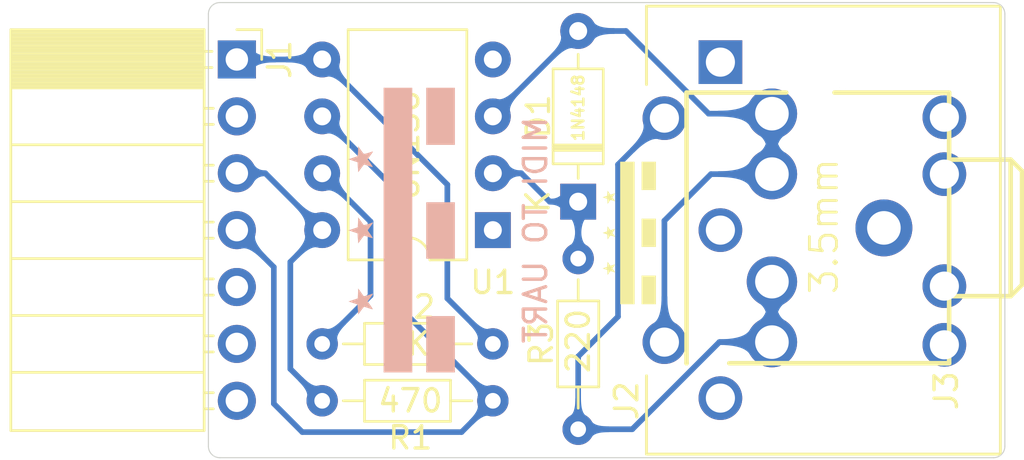
<source format=kicad_pcb>
(kicad_pcb (version 20171130) (host pcbnew 5.1.9+dfsg1-1)

  (general
    (thickness 1.6)
    (drawings 14)
    (tracks 41)
    (zones 0)
    (modules 10)
    (nets 17)
  )

  (page USLetter)
  (title_block
    (date 2022-02-12)
    (rev 0)
  )

  (layers
    (0 F.Cu signal)
    (31 B.Cu signal)
    (32 B.Adhes user hide)
    (33 F.Adhes user hide)
    (34 B.Paste user hide)
    (35 F.Paste user hide)
    (36 B.SilkS user)
    (37 F.SilkS user)
    (38 B.Mask user)
    (39 F.Mask user)
    (40 Dwgs.User user hide)
    (41 Cmts.User user hide)
    (42 Eco1.User user hide)
    (43 Eco2.User user hide)
    (44 Edge.Cuts user)
    (45 Margin user hide)
    (46 B.CrtYd user hide)
    (47 F.CrtYd user hide)
    (48 B.Fab user hide)
    (49 F.Fab user hide)
  )

  (setup
    (last_trace_width 0.25)
    (user_trace_width 0.2032)
    (user_trace_width 0.254)
    (user_trace_width 0.381)
    (trace_clearance 0.2)
    (zone_clearance 0.508)
    (zone_45_only no)
    (trace_min 0.2)
    (via_size 0.8)
    (via_drill 0.4)
    (via_min_size 0.4)
    (via_min_drill 0.3)
    (uvia_size 0.3)
    (uvia_drill 0.1)
    (uvias_allowed no)
    (uvia_min_size 0.2)
    (uvia_min_drill 0.1)
    (edge_width 0.05)
    (segment_width 0.2)
    (pcb_text_width 0.3)
    (pcb_text_size 1.5 1.5)
    (mod_edge_width 0.12)
    (mod_text_size 1 1)
    (mod_text_width 0.15)
    (pad_size 1.524 1.524)
    (pad_drill 0.762)
    (pad_to_mask_clearance 0)
    (aux_axis_origin 0 0)
    (visible_elements FFFFFF7F)
    (pcbplotparams
      (layerselection 0x00000_fffffffe)
      (usegerberextensions false)
      (usegerberattributes true)
      (usegerberadvancedattributes true)
      (creategerberjobfile true)
      (excludeedgelayer false)
      (linewidth 0.100000)
      (plotframeref false)
      (viasonmask false)
      (mode 1)
      (useauxorigin false)
      (hpglpennumber 1)
      (hpglpenspeed 20)
      (hpglpendiameter 15.000000)
      (psnegative false)
      (psa4output false)
      (plotreference false)
      (plotvalue false)
      (plotinvisibletext false)
      (padsonsilk true)
      (subtractmaskfromsilk false)
      (outputformat 4)
      (mirror true)
      (drillshape 0)
      (scaleselection 1)
      (outputdirectory ""))
  )

  (net 0 "")
  (net 1 "Net-(D1-Pad1)")
  (net 2 GND)
  (net 3 "Net-(J1-Pad2)")
  (net 4 VCC)
  (net 5 /RX_T)
  (net 6 "Net-(J1-Pad5)")
  (net 7 "Net-(J1-Pad6)")
  (net 8 /IN_SOURCE)
  (net 9 "Net-(R2-Pad2)")
  (net 10 "Net-(U1-Pad1)")
  (net 11 "Net-(U1-Pad4)")
  (net 12 "Net-(J2-Pad3)")
  (net 13 "Net-(J2-Pad1)")
  (net 14 "Net-(J2-Pad2)")
  (net 15 "Net-(J3-PadS)")
  (net 16 /IN_SINK)

  (net_class Default "This is the default net class."
    (clearance 0.2)
    (trace_width 0.25)
    (via_dia 0.8)
    (via_drill 0.4)
    (uvia_dia 0.3)
    (uvia_drill 0.1)
    (add_net /IN_SINK)
    (add_net /IN_SOURCE)
    (add_net /RX_T)
    (add_net GND)
    (add_net "Net-(D1-Pad1)")
    (add_net "Net-(J1-Pad2)")
    (add_net "Net-(J1-Pad5)")
    (add_net "Net-(J1-Pad6)")
    (add_net "Net-(J2-Pad1)")
    (add_net "Net-(J2-Pad2)")
    (add_net "Net-(J2-Pad3)")
    (add_net "Net-(J3-PadS)")
    (add_net "Net-(R2-Pad2)")
    (add_net "Net-(U1-Pad1)")
    (add_net "Net-(U1-Pad4)")
    (add_net VCC)
  )

  (module User_PCB_Libraries:CUI_SDS-50J locked (layer F.Cu) (tedit 6207BAB9) (tstamp 62011085)
    (at 196.77 100.33 90)
    (path /62005B5E)
    (fp_text reference J2 (at -7.62 -9.191 90) (layer F.SilkS)
      (effects (font (size 1 1) (thickness 0.15)))
    )
    (fp_text value DIN-5 (at -3.015 8.635 90) (layer F.Fab)
      (effects (font (size 1 1) (thickness 0.15)))
    )
    (fp_line (start -10 7.5) (end -10 -8.3) (layer F.Fab) (width 0.127))
    (fp_line (start -10 -8.3) (end 10 -8.3) (layer F.Fab) (width 0.127))
    (fp_line (start 10 -8.3) (end 10 7.5) (layer F.Fab) (width 0.127))
    (fp_line (start 10 7.5) (end -10 7.5) (layer F.Fab) (width 0.127))
    (fp_line (start -10 7.5) (end -10 -8.3) (layer F.SilkS) (width 0.127))
    (fp_line (start 10 -8.3) (end 10 7.5) (layer F.SilkS) (width 0.127))
    (fp_line (start -10.25 7.75) (end -10.25 -8.55) (layer F.CrtYd) (width 0.05))
    (fp_line (start -10.25 -8.55) (end -6.25 -8.55) (layer F.CrtYd) (width 0.05))
    (fp_line (start -6.25 -8.55) (end -6.25 -8.75) (layer F.CrtYd) (width 0.05))
    (fp_line (start -6.25 -8.75) (end 6.25 -8.75) (layer F.CrtYd) (width 0.05))
    (fp_line (start 6.25 -8.75) (end 6.25 -8.55) (layer F.CrtYd) (width 0.05))
    (fp_line (start 6.25 -8.55) (end 10.25 -8.55) (layer F.CrtYd) (width 0.05))
    (fp_line (start 10.25 -8.55) (end 10.25 7.75) (layer F.CrtYd) (width 0.05))
    (fp_line (start 10.25 7.75) (end -10.25 7.75) (layer F.CrtYd) (width 0.05))
    (fp_line (start -10 -8.3) (end -6.5 -8.3) (layer F.SilkS) (width 0.127))
    (fp_line (start -10 7.5) (end 10 7.5) (layer F.SilkS) (width 0.127))
    (fp_line (start 6.5 -8.3) (end 10 -8.3) (layer F.SilkS) (width 0.127))
    (pad 3 thru_hole circle (at -7.5 -5 90) (size 1.95 1.95) (drill 1.3) (layers *.Cu *.Mask)
      (net 12 "Net-(J2-Pad3)"))
    (pad None np_thru_hole circle (at -7.5 0 90) (size 2.4 2.4) (drill 2.4) (layers *.Cu *.Mask))
    (pad None np_thru_hole circle (at 7.5 0 90) (size 2.4 2.4) (drill 2.4) (layers *.Cu *.Mask))
    (pad 4 thru_hole circle (at 5 -7.5 90) (size 1.95 1.95) (drill 1.3) (layers *.Cu *.Mask)
      (net 8 /IN_SOURCE))
    (pad 5 thru_hole circle (at -5 -7.5 90) (size 1.95 1.95) (drill 1.3) (layers *.Cu *.Mask)
      (net 16 /IN_SINK))
    (pad 1 thru_hole rect (at 7.5 -5 90) (size 1.95 1.95) (drill 1.3) (layers *.Cu *.Mask)
      (net 13 "Net-(J2-Pad1)"))
    (pad 2 thru_hole circle (at 0 -5 90) (size 1.95 1.95) (drill 1.3) (layers *.Cu *.Mask)
      (net 14 "Net-(J2-Pad2)"))
    (pad E2 thru_hole circle (at 2.5 5 90) (size 1.95 1.95) (drill 1.3) (layers *.Cu *.Mask))
    (pad E1 thru_hole circle (at -2.5 5 90) (size 1.95 1.95) (drill 1.3) (layers *.Cu *.Mask))
    (pad E2 thru_hole circle (at 5.04 5 90) (size 1.95 1.95) (drill 1.3) (layers *.Cu *.Mask))
    (pad E1 thru_hole circle (at -5.12 5 90) (size 1.95 1.95) (drill 1.3) (layers *.Cu *.Mask))
    (model /home/user/kicad/libraries/User_3Dshapes/SDS-50J.step
      (at (xyz 0 0 0))
      (scale (xyz 1 1 1))
      (rotate (xyz -90 0 0))
    )
  )

  (module User_PCB_Libraries:DCelectronics_logo2 (layer B.Cu) (tedit 0) (tstamp 620150BD)
    (at 178.308 100.33 270)
    (fp_text reference G*** (at 0 0 90) (layer B.SilkS) hide
      (effects (font (size 1.524 1.524) (thickness 0.3)) (justify mirror))
    )
    (fp_text value LOGO (at 0.75 0 90) (layer B.SilkS) hide
      (effects (font (size 1.524 1.524) (thickness 0.3)) (justify mirror))
    )
    (fp_poly (pts (xy -3.81 -1.602619) (xy -6.35 -1.602619) (xy -6.35 -0.332619) (xy -3.81 -0.332619)
      (xy -3.81 -1.602619)) (layer B.SilkS) (width 0.01))
    (fp_poly (pts (xy 1.27 -1.602619) (xy -1.239762 -1.602619) (xy -1.239762 -0.332619) (xy 1.27 -0.332619)
      (xy 1.27 -1.602619)) (layer B.SilkS) (width 0.01))
    (fp_poly (pts (xy 6.35 -1.602619) (xy 3.840238 -1.602619) (xy 3.840238 -0.332619) (xy 6.35 -0.332619)
      (xy 6.35 -1.602619)) (layer B.SilkS) (width 0.01))
    (fp_poly (pts (xy 6.35 0.302381) (xy -6.35 0.302381) (xy -6.35 1.572381) (xy 6.35 1.572381)
      (xy 6.35 0.302381)) (layer B.SilkS) (width 0.01))
    (fp_poly (pts (xy -3.099549 2.933096) (xy -3.034063 2.736548) (xy -2.813758 2.721429) (xy -2.593452 2.70631)
      (xy -2.762622 2.585358) (xy -2.847192 2.522541) (xy -2.908065 2.472845) (xy -2.932412 2.446762)
      (xy -2.932444 2.44646) (xy -2.923661 2.410491) (xy -2.900167 2.335017) (xy -2.872541 2.252511)
      (xy -2.842368 2.158875) (xy -2.824405 2.091209) (xy -2.822193 2.0663) (xy -2.849827 2.077337)
      (xy -2.912649 2.116044) (xy -2.997227 2.174125) (xy -2.999775 2.175948) (xy -3.167151 2.295803)
      (xy -3.327727 2.175997) (xy -3.423596 2.105628) (xy -3.47976 2.06864) (xy -3.504213 2.061232)
      (xy -3.504946 2.079603) (xy -3.50014 2.093989) (xy -3.446752 2.248733) (xy -3.412893 2.369062)
      (xy -3.400366 2.447577) (xy -3.407191 2.47551) (xy -3.445386 2.502253) (xy -3.516011 2.551999)
      (xy -3.584668 2.600477) (xy -3.734405 2.70631) (xy -3.300029 2.723996) (xy -3.232532 2.92682)
      (xy -3.165035 3.129643) (xy -3.099549 2.933096)) (layer B.SilkS) (width 0.01))
    (fp_poly (pts (xy 0.075451 2.933096) (xy 0.140937 2.736548) (xy 0.361242 2.721429) (xy 0.581548 2.70631)
      (xy 0.412378 2.585358) (xy 0.327808 2.522541) (xy 0.266935 2.472845) (xy 0.242588 2.446762)
      (xy 0.242556 2.44646) (xy 0.251339 2.410491) (xy 0.274833 2.335017) (xy 0.302459 2.252511)
      (xy 0.332632 2.158875) (xy 0.350595 2.091209) (xy 0.352807 2.0663) (xy 0.325173 2.077337)
      (xy 0.262351 2.116044) (xy 0.177773 2.174125) (xy 0.175225 2.175948) (xy 0.007849 2.295803)
      (xy -0.152727 2.175997) (xy -0.248596 2.105628) (xy -0.30476 2.06864) (xy -0.329213 2.061232)
      (xy -0.329946 2.079603) (xy -0.32514 2.093989) (xy -0.271752 2.248733) (xy -0.237893 2.369062)
      (xy -0.225366 2.447577) (xy -0.232191 2.47551) (xy -0.270386 2.502253) (xy -0.341011 2.551999)
      (xy -0.409668 2.600477) (xy -0.559405 2.70631) (xy -0.125029 2.723996) (xy -0.057532 2.92682)
      (xy 0.009965 3.129643) (xy 0.075451 2.933096)) (layer B.SilkS) (width 0.01))
    (fp_poly (pts (xy 3.250451 2.933096) (xy 3.315937 2.736548) (xy 3.536242 2.721429) (xy 3.756548 2.70631)
      (xy 3.587378 2.585358) (xy 3.502808 2.522541) (xy 3.441935 2.472845) (xy 3.417588 2.446762)
      (xy 3.417556 2.44646) (xy 3.426339 2.410491) (xy 3.449833 2.335017) (xy 3.477459 2.252511)
      (xy 3.507632 2.158875) (xy 3.525595 2.091209) (xy 3.527807 2.0663) (xy 3.500173 2.077337)
      (xy 3.437351 2.116044) (xy 3.352773 2.174125) (xy 3.350225 2.175948) (xy 3.182849 2.295803)
      (xy 3.022273 2.175997) (xy 2.926404 2.105628) (xy 2.87024 2.06864) (xy 2.845787 2.061232)
      (xy 2.845054 2.079603) (xy 2.84986 2.093989) (xy 2.903248 2.248733) (xy 2.937107 2.369062)
      (xy 2.949634 2.447577) (xy 2.942809 2.47551) (xy 2.904614 2.502253) (xy 2.833989 2.551999)
      (xy 2.765332 2.600477) (xy 2.615595 2.70631) (xy 3.049971 2.723996) (xy 3.117468 2.92682)
      (xy 3.184965 3.129643) (xy 3.250451 2.933096)) (layer B.SilkS) (width 0.01))
  )

  (module User_PCB_Libraries:DCelectronics_logo3 (layer F.Cu) (tedit 0) (tstamp 62014789)
    (at 188.087 100.457 90)
    (fp_text reference G*** (at 0 0 90) (layer F.SilkS) hide
      (effects (font (size 1.524 1.524) (thickness 0.3)))
    )
    (fp_text value LOGO (at 0.75 0 90) (layer F.SilkS) hide
      (effects (font (size 1.524 1.524) (thickness 0.3)))
    )
    (fp_poly (pts (xy -1.905 0.801309) (xy -3.175 0.801309) (xy -3.175 0.166309) (xy -1.905 0.166309)
      (xy -1.905 0.801309)) (layer F.SilkS) (width 0.01))
    (fp_poly (pts (xy 0.635 0.801309) (xy -0.619881 0.801309) (xy -0.619881 0.166309) (xy 0.635 0.166309)
      (xy 0.635 0.801309)) (layer F.SilkS) (width 0.01))
    (fp_poly (pts (xy 3.175 0.801309) (xy 1.920119 0.801309) (xy 1.920119 0.166309) (xy 3.175 0.166309)
      (xy 3.175 0.801309)) (layer F.SilkS) (width 0.01))
    (fp_poly (pts (xy 3.175 -0.151191) (xy -3.175 -0.151191) (xy -3.175 -0.786191) (xy 3.175 -0.786191)
      (xy 3.175 -0.151191)) (layer F.SilkS) (width 0.01))
    (fp_poly (pts (xy -1.517032 -1.368274) (xy -1.406879 -1.360715) (xy -1.296726 -1.353155) (xy -1.381311 -1.292679)
      (xy -1.423596 -1.261271) (xy -1.454033 -1.236423) (xy -1.466206 -1.223381) (xy -1.466222 -1.22323)
      (xy -1.461831 -1.205246) (xy -1.450084 -1.167509) (xy -1.436271 -1.126256) (xy -1.421184 -1.079438)
      (xy -1.412203 -1.045605) (xy -1.411097 -1.03315) (xy -1.424914 -1.038669) (xy -1.456325 -1.058022)
      (xy -1.498614 -1.087063) (xy -1.499888 -1.087974) (xy -1.583576 -1.147902) (xy -1.663864 -1.087999)
      (xy -1.711798 -1.052814) (xy -1.73988 -1.03432) (xy -1.752107 -1.030616) (xy -1.752473 -1.039802)
      (xy -1.75007 -1.046995) (xy -1.723376 -1.124367) (xy -1.706447 -1.184531) (xy -1.700183 -1.223789)
      (xy -1.703596 -1.237755) (xy -1.722693 -1.251127) (xy -1.758006 -1.276) (xy -1.792334 -1.300239)
      (xy -1.867203 -1.353155) (xy -1.758609 -1.357577) (xy -1.650015 -1.361998) (xy -1.616266 -1.46341)
      (xy -1.582518 -1.564822) (xy -1.517032 -1.368274)) (layer F.SilkS) (width 0.01))
    (fp_poly (pts (xy 0.070468 -1.368274) (xy 0.180621 -1.360715) (xy 0.290774 -1.353155) (xy 0.206189 -1.292679)
      (xy 0.163904 -1.261271) (xy 0.133467 -1.236423) (xy 0.121294 -1.223381) (xy 0.121278 -1.22323)
      (xy 0.125669 -1.205246) (xy 0.137416 -1.167509) (xy 0.151229 -1.126256) (xy 0.166316 -1.079438)
      (xy 0.175297 -1.045605) (xy 0.176403 -1.03315) (xy 0.162586 -1.038669) (xy 0.131175 -1.058022)
      (xy 0.088886 -1.087063) (xy 0.087612 -1.087974) (xy 0.003924 -1.147902) (xy -0.076364 -1.087999)
      (xy -0.124298 -1.052814) (xy -0.15238 -1.03432) (xy -0.164607 -1.030616) (xy -0.164973 -1.039802)
      (xy -0.16257 -1.046995) (xy -0.135876 -1.124367) (xy -0.118947 -1.184531) (xy -0.112683 -1.223789)
      (xy -0.116096 -1.237755) (xy -0.135193 -1.251127) (xy -0.170506 -1.276) (xy -0.204834 -1.300239)
      (xy -0.279703 -1.353155) (xy -0.171109 -1.357577) (xy -0.062515 -1.361998) (xy -0.028766 -1.46341)
      (xy 0.004982 -1.564822) (xy 0.070468 -1.368274)) (layer F.SilkS) (width 0.01))
    (fp_poly (pts (xy 1.657968 -1.368274) (xy 1.768121 -1.360715) (xy 1.878274 -1.353155) (xy 1.793689 -1.292679)
      (xy 1.751404 -1.261271) (xy 1.720967 -1.236423) (xy 1.708794 -1.223381) (xy 1.708778 -1.22323)
      (xy 1.713169 -1.205246) (xy 1.724916 -1.167509) (xy 1.738729 -1.126256) (xy 1.753816 -1.079438)
      (xy 1.762797 -1.045605) (xy 1.763903 -1.03315) (xy 1.750086 -1.038669) (xy 1.718675 -1.058022)
      (xy 1.676386 -1.087063) (xy 1.675112 -1.087974) (xy 1.591424 -1.147902) (xy 1.511136 -1.087999)
      (xy 1.463202 -1.052814) (xy 1.43512 -1.03432) (xy 1.422893 -1.030616) (xy 1.422527 -1.039802)
      (xy 1.42493 -1.046995) (xy 1.451624 -1.124367) (xy 1.468553 -1.184531) (xy 1.474817 -1.223789)
      (xy 1.471404 -1.237755) (xy 1.452307 -1.251127) (xy 1.416994 -1.276) (xy 1.382666 -1.300239)
      (xy 1.307797 -1.353155) (xy 1.416391 -1.357577) (xy 1.524985 -1.361998) (xy 1.558734 -1.46341)
      (xy 1.592482 -1.564822) (xy 1.657968 -1.368274)) (layer F.SilkS) (width 0.01))
  )

  (module User_PCB_Libraries:STX3100 locked (layer F.Cu) (tedit 62008DF9) (tstamp 6200D024)
    (at 201.77 100.33 180)
    (descr "<b>MIC/HEADPHONE JACK</b><p>\nKS-S stereo microphone/headphone jack<p>\n PG203JN (Schukat)")
    (path /62009514)
    (fp_text reference J3 (at -0.668 -8.128 90) (layer F.SilkS)
      (effects (font (size 1 1) (thickness 0.15)) (justify left bottom))
    )
    (fp_text value AudioJack3_SwitchTR (at 1.35 7.72) (layer F.Fab)
      (effects (font (size 0.38608 0.38608) (thickness 0.038608)) (justify left bottom))
    )
    (fp_line (start -0.212 6.142) (end -0.212 3.148) (layer F.SilkS) (width 0.2032))
    (fp_line (start 11.512 -5.942) (end 11.512 6.142) (layer F.SilkS) (width 0.2032))
    (fp_line (start -0.212 -2.948) (end -2.96 -2.948) (layer F.SilkS) (width 0.2032))
    (fp_line (start -2.96 3.148) (end -0.212 3.148) (layer F.SilkS) (width 0.2032))
    (fp_line (start -0.212 3.148) (end -0.212 -2.948) (layer F.SilkS) (width 0.2032))
    (fp_line (start -0.212 -2.948) (end -0.212 -5.942) (layer F.SilkS) (width 0.2032))
    (fp_line (start -2.96 -2.948) (end -3.468 -2.44) (layer F.SilkS) (width 0.2032))
    (fp_line (start -2.96 3.148) (end -3.468 2.64) (layer F.SilkS) (width 0.2032))
    (fp_line (start -3.468 2.64) (end -3.468 -2.44) (layer F.SilkS) (width 0.2032))
    (fp_line (start -2.96 3.148) (end -2.96 -2.948) (layer F.SilkS) (width 0.2032))
    (fp_line (start -0.212 6.142) (end 4.906 6.142) (layer F.SilkS) (width 0.2032))
    (fp_line (start 4.806 6.142) (end 6.965 6.142) (layer F.Fab) (width 0.2032))
    (fp_line (start 7.065 6.142) (end 11.512 6.142) (layer F.SilkS) (width 0.2032))
    (fp_line (start 11.512 -5.942) (end 11.51 -5.942) (layer F.SilkS) (width 0.2032))
    (fp_line (start 11.51 -5.942) (end 9.605 -5.942) (layer F.Fab) (width 0.2032))
    (fp_line (start 9.605 -5.942) (end -0.212 -5.942) (layer F.SilkS) (width 0.2032))
    (fp_line (start -0.131 1.751) (end 3.552 1.751) (layer F.Fab) (width 0.2032))
    (fp_line (start 3.552 -1.551) (end -0.131 -1.551) (layer F.Fab) (width 0.2032))
    (fp_line (start -0.131 1.751) (end -0.131 -1.551) (layer F.Fab) (width 0.2032))
    (fp_line (start 7.489 -0.408) (end 6.727 -0.789) (layer F.Fab) (width 0.2032))
    (fp_line (start 7.489 -0.408) (end 7.489 0.608) (layer F.Fab) (width 0.2032))
    (fp_line (start 6.727 0.989) (end 7.489 0.608) (layer F.Fab) (width 0.2032))
    (fp_line (start 3.552 -1.551) (end 3.552 -0.789) (layer F.Fab) (width 0.2032))
    (fp_line (start 3.552 -0.789) (end 3.552 0.989) (layer F.Fab) (width 0.2032))
    (fp_line (start 3.552 0.989) (end 3.552 1.751) (layer F.Fab) (width 0.2032))
    (fp_line (start 5.584 -0.789) (end 5.584 0.989) (layer F.Fab) (width 0.2032))
    (fp_line (start 5.584 -0.789) (end 6.727 -0.789) (layer F.Fab) (width 0.2032))
    (fp_line (start 5.584 0.989) (end 4.314 0.989) (layer F.Fab) (width 0.2032))
    (fp_line (start 4.314 -0.789) (end 4.314 0.989) (layer F.Fab) (width 0.2032))
    (fp_line (start 3.552 -0.789) (end 4.314 -0.789) (layer F.Fab) (width 0.2032))
    (fp_line (start 4.314 0.989) (end 3.552 0.989) (layer F.Fab) (width 0.2032))
    (fp_line (start 4.314 -0.789) (end 5.584 -0.789) (layer F.Fab) (width 0.2032))
    (fp_line (start 6.727 0.989) (end 5.584 0.989) (layer F.Fab) (width 0.2032))
    (fp_text user 3.5mm (at 4.666 3.302 90) (layer F.SilkS)
      (effects (font (size 1.2065 1.2065) (thickness 0.127)) (justify right bottom))
    )
    (pad "" np_thru_hole circle (at 7.7 0.1 180) (size 1.5 1.5) (drill 1.5) (layers *.Cu *.Mask))
    (pad "" np_thru_hole circle (at 2.7 5.1 180) (size 1.5 1.5) (drill 1.5) (layers *.Cu *.Mask))
    (pad "" np_thru_hole circle (at 2.7 -4.9 180) (size 1.5 1.5) (drill 1.5) (layers *.Cu *.Mask))
    (pad R thru_hole circle (at 7.7 -5 180) (size 2.25 2.25) (drill 1.5) (layers *.Cu *.Mask)
      (net 8 /IN_SOURCE) (solder_mask_margin 0.0508))
    (pad T thru_hole circle (at 7.7 5.2 180) (size 2.25 2.25) (drill 1.5) (layers *.Cu *.Mask)
      (net 16 /IN_SINK) (solder_mask_margin 0.0508))
    (pad TN thru_hole circle (at 7.7 2.5 180) (size 2.25 2.25) (drill 1.5) (layers *.Cu *.Mask)
      (net 16 /IN_SINK) (solder_mask_margin 0.0508))
    (pad RN thru_hole circle (at 7.7 -2.3 180) (size 2.25 2.25) (drill 1.5) (layers *.Cu *.Mask)
      (net 8 /IN_SOURCE) (solder_mask_margin 0.0508))
    (pad S thru_hole circle (at 2.7 0.1 180) (size 2.54 2.54) (drill 1.5) (layers *.Cu *.Mask)
      (net 15 "Net-(J3-PadS)") (solder_mask_margin 0.0508))
    (model /home/user/kicad/libraries/User_3Dshapes/STX-3100-5N_rA5.STEP
      (offset (xyz 0 0 5.0038))
      (scale (xyz 1 1 1))
      (rotate (xyz -90 0 90))
    )
  )

  (module Diode_THT:D_DO-35_SOD27_P7.62mm_Horizontal (layer F.Cu) (tedit 5AE50CD5) (tstamp 6200E523)
    (at 185.42 99.06 90)
    (descr "Diode, DO-35_SOD27 series, Axial, Horizontal, pin pitch=7.62mm, , length*diameter=4*2mm^2, , http://www.diodes.com/_files/packages/DO-35.pdf")
    (tags "Diode DO-35_SOD27 series Axial Horizontal pin pitch 7.62mm  length 4mm diameter 2mm")
    (path /62018DFA)
    (fp_text reference D1 (at 3.81 -1.778 90) (layer F.SilkS)
      (effects (font (size 1 1) (thickness 0.15)))
    )
    (fp_text value 1N4148 (at 3.81 2.12 90) (layer F.Fab)
      (effects (font (size 1 1) (thickness 0.15)))
    )
    (fp_line (start 1.81 -1) (end 1.81 1) (layer F.Fab) (width 0.1))
    (fp_line (start 1.81 1) (end 5.81 1) (layer F.Fab) (width 0.1))
    (fp_line (start 5.81 1) (end 5.81 -1) (layer F.Fab) (width 0.1))
    (fp_line (start 5.81 -1) (end 1.81 -1) (layer F.Fab) (width 0.1))
    (fp_line (start 0 0) (end 1.81 0) (layer F.Fab) (width 0.1))
    (fp_line (start 7.62 0) (end 5.81 0) (layer F.Fab) (width 0.1))
    (fp_line (start 2.41 -1) (end 2.41 1) (layer F.Fab) (width 0.1))
    (fp_line (start 2.51 -1) (end 2.51 1) (layer F.Fab) (width 0.1))
    (fp_line (start 2.31 -1) (end 2.31 1) (layer F.Fab) (width 0.1))
    (fp_line (start 1.69 -1.12) (end 1.69 1.12) (layer F.SilkS) (width 0.12))
    (fp_line (start 1.69 1.12) (end 5.93 1.12) (layer F.SilkS) (width 0.12))
    (fp_line (start 5.93 1.12) (end 5.93 -1.12) (layer F.SilkS) (width 0.12))
    (fp_line (start 5.93 -1.12) (end 1.69 -1.12) (layer F.SilkS) (width 0.12))
    (fp_line (start 1.04 0) (end 1.69 0) (layer F.SilkS) (width 0.12))
    (fp_line (start 6.58 0) (end 5.93 0) (layer F.SilkS) (width 0.12))
    (fp_line (start 2.41 -1.12) (end 2.41 1.12) (layer F.SilkS) (width 0.12))
    (fp_line (start 2.53 -1.12) (end 2.53 1.12) (layer F.SilkS) (width 0.12))
    (fp_line (start 2.29 -1.12) (end 2.29 1.12) (layer F.SilkS) (width 0.12))
    (fp_line (start -1.05 -1.25) (end -1.05 1.25) (layer F.CrtYd) (width 0.05))
    (fp_line (start -1.05 1.25) (end 8.67 1.25) (layer F.CrtYd) (width 0.05))
    (fp_line (start 8.67 1.25) (end 8.67 -1.25) (layer F.CrtYd) (width 0.05))
    (fp_line (start 8.67 -1.25) (end -1.05 -1.25) (layer F.CrtYd) (width 0.05))
    (fp_text user %R (at 4.11 0 90) (layer F.Fab)
      (effects (font (size 0.8 0.8) (thickness 0.12)))
    )
    (fp_text user K (at 0 -1.8 90) (layer F.Fab)
      (effects (font (size 1 1) (thickness 0.15)))
    )
    (fp_text user K (at 0 -1.8 90) (layer F.SilkS)
      (effects (font (size 1 1) (thickness 0.15)))
    )
    (pad 1 thru_hole rect (at 0 0 90) (size 1.6 1.6) (drill 0.8) (layers *.Cu *.Mask)
      (net 1 "Net-(D1-Pad1)"))
    (pad 2 thru_hole oval (at 7.62 0 90) (size 1.6 1.6) (drill 0.8) (layers *.Cu *.Mask)
      (net 16 /IN_SINK))
    (model ${KISYS3DMOD}/Diode_THT.3dshapes/D_DO-35_SOD27_P7.62mm_Horizontal.wrl
      (at (xyz 0 0 0))
      (scale (xyz 1 1 1))
      (rotate (xyz 0 0 0))
    )
  )

  (module Connector_PinSocket_2.54mm:PinSocket_1x07_P2.54mm_Horizontal locked (layer F.Cu) (tedit 5A19A42A) (tstamp 6200E9EB)
    (at 170.18 92.71)
    (descr "Through hole angled socket strip, 1x07, 2.54mm pitch, 8.51mm socket length, single row (from Kicad 4.0.7), script generated")
    (tags "Through hole angled socket strip THT 1x07 2.54mm single row")
    (path /62006B9E)
    (fp_text reference J1 (at 1.905 0 90) (layer F.SilkS)
      (effects (font (size 1 1) (thickness 0.15)))
    )
    (fp_text value Conn_01x06 (at -4.38 18.01) (layer F.Fab)
      (effects (font (size 1 1) (thickness 0.15)))
    )
    (fp_line (start -10.03 -1.27) (end -2.49 -1.27) (layer F.Fab) (width 0.1))
    (fp_line (start -2.49 -1.27) (end -1.52 -0.3) (layer F.Fab) (width 0.1))
    (fp_line (start -1.52 -0.3) (end -1.52 16.51) (layer F.Fab) (width 0.1))
    (fp_line (start -1.52 16.51) (end -10.03 16.51) (layer F.Fab) (width 0.1))
    (fp_line (start -10.03 16.51) (end -10.03 -1.27) (layer F.Fab) (width 0.1))
    (fp_line (start 0 -0.3) (end -1.52 -0.3) (layer F.Fab) (width 0.1))
    (fp_line (start -1.52 0.3) (end 0 0.3) (layer F.Fab) (width 0.1))
    (fp_line (start 0 0.3) (end 0 -0.3) (layer F.Fab) (width 0.1))
    (fp_line (start 0 2.24) (end -1.52 2.24) (layer F.Fab) (width 0.1))
    (fp_line (start -1.52 2.84) (end 0 2.84) (layer F.Fab) (width 0.1))
    (fp_line (start 0 2.84) (end 0 2.24) (layer F.Fab) (width 0.1))
    (fp_line (start 0 4.78) (end -1.52 4.78) (layer F.Fab) (width 0.1))
    (fp_line (start -1.52 5.38) (end 0 5.38) (layer F.Fab) (width 0.1))
    (fp_line (start 0 5.38) (end 0 4.78) (layer F.Fab) (width 0.1))
    (fp_line (start 0 7.32) (end -1.52 7.32) (layer F.Fab) (width 0.1))
    (fp_line (start -1.52 7.92) (end 0 7.92) (layer F.Fab) (width 0.1))
    (fp_line (start 0 7.92) (end 0 7.32) (layer F.Fab) (width 0.1))
    (fp_line (start 0 9.86) (end -1.52 9.86) (layer F.Fab) (width 0.1))
    (fp_line (start -1.52 10.46) (end 0 10.46) (layer F.Fab) (width 0.1))
    (fp_line (start 0 10.46) (end 0 9.86) (layer F.Fab) (width 0.1))
    (fp_line (start 0 12.4) (end -1.52 12.4) (layer F.Fab) (width 0.1))
    (fp_line (start -1.52 13) (end 0 13) (layer F.Fab) (width 0.1))
    (fp_line (start 0 13) (end 0 12.4) (layer F.Fab) (width 0.1))
    (fp_line (start 0 14.94) (end -1.52 14.94) (layer F.Fab) (width 0.1))
    (fp_line (start -1.52 15.54) (end 0 15.54) (layer F.Fab) (width 0.1))
    (fp_line (start 0 15.54) (end 0 14.94) (layer F.Fab) (width 0.1))
    (fp_line (start -10.09 -1.21) (end -1.46 -1.21) (layer F.SilkS) (width 0.12))
    (fp_line (start -10.09 -1.091905) (end -1.46 -1.091905) (layer F.SilkS) (width 0.12))
    (fp_line (start -10.09 -0.97381) (end -1.46 -0.97381) (layer F.SilkS) (width 0.12))
    (fp_line (start -10.09 -0.855715) (end -1.46 -0.855715) (layer F.SilkS) (width 0.12))
    (fp_line (start -10.09 -0.73762) (end -1.46 -0.73762) (layer F.SilkS) (width 0.12))
    (fp_line (start -10.09 -0.619525) (end -1.46 -0.619525) (layer F.SilkS) (width 0.12))
    (fp_line (start -10.09 -0.50143) (end -1.46 -0.50143) (layer F.SilkS) (width 0.12))
    (fp_line (start -10.09 -0.383335) (end -1.46 -0.383335) (layer F.SilkS) (width 0.12))
    (fp_line (start -10.09 -0.26524) (end -1.46 -0.26524) (layer F.SilkS) (width 0.12))
    (fp_line (start -10.09 -0.147145) (end -1.46 -0.147145) (layer F.SilkS) (width 0.12))
    (fp_line (start -10.09 -0.02905) (end -1.46 -0.02905) (layer F.SilkS) (width 0.12))
    (fp_line (start -10.09 0.089045) (end -1.46 0.089045) (layer F.SilkS) (width 0.12))
    (fp_line (start -10.09 0.20714) (end -1.46 0.20714) (layer F.SilkS) (width 0.12))
    (fp_line (start -10.09 0.325235) (end -1.46 0.325235) (layer F.SilkS) (width 0.12))
    (fp_line (start -10.09 0.44333) (end -1.46 0.44333) (layer F.SilkS) (width 0.12))
    (fp_line (start -10.09 0.561425) (end -1.46 0.561425) (layer F.SilkS) (width 0.12))
    (fp_line (start -10.09 0.67952) (end -1.46 0.67952) (layer F.SilkS) (width 0.12))
    (fp_line (start -10.09 0.797615) (end -1.46 0.797615) (layer F.SilkS) (width 0.12))
    (fp_line (start -10.09 0.91571) (end -1.46 0.91571) (layer F.SilkS) (width 0.12))
    (fp_line (start -10.09 1.033805) (end -1.46 1.033805) (layer F.SilkS) (width 0.12))
    (fp_line (start -10.09 1.1519) (end -1.46 1.1519) (layer F.SilkS) (width 0.12))
    (fp_line (start -1.46 -0.36) (end -1.11 -0.36) (layer F.SilkS) (width 0.12))
    (fp_line (start -1.46 0.36) (end -1.11 0.36) (layer F.SilkS) (width 0.12))
    (fp_line (start -1.46 2.18) (end -1.05 2.18) (layer F.SilkS) (width 0.12))
    (fp_line (start -1.46 2.9) (end -1.05 2.9) (layer F.SilkS) (width 0.12))
    (fp_line (start -1.46 4.72) (end -1.05 4.72) (layer F.SilkS) (width 0.12))
    (fp_line (start -1.46 5.44) (end -1.05 5.44) (layer F.SilkS) (width 0.12))
    (fp_line (start -1.46 7.26) (end -1.05 7.26) (layer F.SilkS) (width 0.12))
    (fp_line (start -1.46 7.98) (end -1.05 7.98) (layer F.SilkS) (width 0.12))
    (fp_line (start -1.46 9.8) (end -1.05 9.8) (layer F.SilkS) (width 0.12))
    (fp_line (start -1.46 10.52) (end -1.05 10.52) (layer F.SilkS) (width 0.12))
    (fp_line (start -1.46 12.34) (end -1.05 12.34) (layer F.SilkS) (width 0.12))
    (fp_line (start -1.46 13.06) (end -1.05 13.06) (layer F.SilkS) (width 0.12))
    (fp_line (start -1.46 14.88) (end -1.05 14.88) (layer F.SilkS) (width 0.12))
    (fp_line (start -1.46 15.6) (end -1.05 15.6) (layer F.SilkS) (width 0.12))
    (fp_line (start -10.09 1.27) (end -1.46 1.27) (layer F.SilkS) (width 0.12))
    (fp_line (start -10.09 3.81) (end -1.46 3.81) (layer F.SilkS) (width 0.12))
    (fp_line (start -10.09 6.35) (end -1.46 6.35) (layer F.SilkS) (width 0.12))
    (fp_line (start -10.09 8.89) (end -1.46 8.89) (layer F.SilkS) (width 0.12))
    (fp_line (start -10.09 11.43) (end -1.46 11.43) (layer F.SilkS) (width 0.12))
    (fp_line (start -10.09 13.97) (end -1.46 13.97) (layer F.SilkS) (width 0.12))
    (fp_line (start -10.09 -1.33) (end -1.46 -1.33) (layer F.SilkS) (width 0.12))
    (fp_line (start -1.46 -1.33) (end -1.46 16.57) (layer F.SilkS) (width 0.12))
    (fp_line (start -10.09 16.57) (end -1.46 16.57) (layer F.SilkS) (width 0.12))
    (fp_line (start -10.09 -1.33) (end -10.09 16.57) (layer F.SilkS) (width 0.12))
    (fp_line (start 1.11 -1.33) (end 1.11 0) (layer F.SilkS) (width 0.12))
    (fp_line (start 0 -1.33) (end 1.11 -1.33) (layer F.SilkS) (width 0.12))
    (fp_line (start 1.75 -1.75) (end -10.55 -1.75) (layer F.CrtYd) (width 0.05))
    (fp_line (start -10.55 -1.75) (end -10.55 17.05) (layer F.CrtYd) (width 0.05))
    (fp_line (start -10.55 17.05) (end 1.75 17.05) (layer F.CrtYd) (width 0.05))
    (fp_line (start 1.75 17.05) (end 1.75 -1.75) (layer F.CrtYd) (width 0.05))
    (fp_text user %R (at -5.775 7.62 90) (layer F.Fab)
      (effects (font (size 1 1) (thickness 0.15)))
    )
    (pad 1 thru_hole rect (at 0 0) (size 1.7 1.7) (drill 1) (layers *.Cu *.Mask)
      (net 2 GND))
    (pad 2 thru_hole oval (at 0 2.54) (size 1.7 1.7) (drill 1) (layers *.Cu *.Mask)
      (net 3 "Net-(J1-Pad2)"))
    (pad 3 thru_hole oval (at 0 5.08) (size 1.7 1.7) (drill 1) (layers *.Cu *.Mask)
      (net 4 VCC))
    (pad 4 thru_hole oval (at 0 7.62) (size 1.7 1.7) (drill 1) (layers *.Cu *.Mask)
      (net 5 /RX_T))
    (pad 5 thru_hole oval (at 0 10.16) (size 1.7 1.7) (drill 1) (layers *.Cu *.Mask)
      (net 6 "Net-(J1-Pad5)"))
    (pad 6 thru_hole oval (at 0 12.7) (size 1.7 1.7) (drill 1) (layers *.Cu *.Mask)
      (net 7 "Net-(J1-Pad6)"))
    (pad 7 thru_hole oval (at 0 15.24) (size 1.7 1.7) (drill 1) (layers *.Cu *.Mask))
    (model ${KISYS3DMOD}/Connector_PinSocket_2.54mm.3dshapes/PinSocket_1x07_P2.54mm_Horizontal.wrl
      (at (xyz 0 0 0))
      (scale (xyz 1 1 1))
      (rotate (xyz 0 0 0))
    )
  )

  (module Resistor_THT:R_Axial_DIN0204_L3.6mm_D1.6mm_P7.62mm_Horizontal locked (layer F.Cu) (tedit 5AE5139B) (tstamp 6200E593)
    (at 181.61 107.95 180)
    (descr "Resistor, Axial_DIN0204 series, Axial, Horizontal, pin pitch=7.62mm, 0.167W, length*diameter=3.6*1.6mm^2, http://cdn-reichelt.de/documents/datenblatt/B400/1_4W%23YAG.pdf")
    (tags "Resistor Axial_DIN0204 series Axial Horizontal pin pitch 7.62mm 0.167W length 3.6mm diameter 1.6mm")
    (path /6202BE4E)
    (fp_text reference R1 (at 3.683 -1.651) (layer F.SilkS)
      (effects (font (size 1 1) (thickness 0.15)))
    )
    (fp_text value 470 (at 3.81 1.92) (layer F.Fab)
      (effects (font (size 1 1) (thickness 0.15)))
    )
    (fp_line (start 8.57 -1.05) (end -0.95 -1.05) (layer F.CrtYd) (width 0.05))
    (fp_line (start 8.57 1.05) (end 8.57 -1.05) (layer F.CrtYd) (width 0.05))
    (fp_line (start -0.95 1.05) (end 8.57 1.05) (layer F.CrtYd) (width 0.05))
    (fp_line (start -0.95 -1.05) (end -0.95 1.05) (layer F.CrtYd) (width 0.05))
    (fp_line (start 6.68 0) (end 5.73 0) (layer F.SilkS) (width 0.12))
    (fp_line (start 0.94 0) (end 1.89 0) (layer F.SilkS) (width 0.12))
    (fp_line (start 5.73 -0.92) (end 1.89 -0.92) (layer F.SilkS) (width 0.12))
    (fp_line (start 5.73 0.92) (end 5.73 -0.92) (layer F.SilkS) (width 0.12))
    (fp_line (start 1.89 0.92) (end 5.73 0.92) (layer F.SilkS) (width 0.12))
    (fp_line (start 1.89 -0.92) (end 1.89 0.92) (layer F.SilkS) (width 0.12))
    (fp_line (start 7.62 0) (end 5.61 0) (layer F.Fab) (width 0.1))
    (fp_line (start 0 0) (end 2.01 0) (layer F.Fab) (width 0.1))
    (fp_line (start 5.61 -0.8) (end 2.01 -0.8) (layer F.Fab) (width 0.1))
    (fp_line (start 5.61 0.8) (end 5.61 -0.8) (layer F.Fab) (width 0.1))
    (fp_line (start 2.01 0.8) (end 5.61 0.8) (layer F.Fab) (width 0.1))
    (fp_line (start 2.01 -0.8) (end 2.01 0.8) (layer F.Fab) (width 0.1))
    (fp_text user %R (at 3.81 0) (layer F.Fab)
      (effects (font (size 0.72 0.72) (thickness 0.108)))
    )
    (pad 2 thru_hole oval (at 7.62 0 180) (size 1.4 1.4) (drill 0.7) (layers *.Cu *.Mask)
      (net 4 VCC))
    (pad 1 thru_hole circle (at 0 0 180) (size 1.4 1.4) (drill 0.7) (layers *.Cu *.Mask)
      (net 5 /RX_T))
    (model ${KISYS3DMOD}/Resistor_THT.3dshapes/R_Axial_DIN0204_L3.6mm_D1.6mm_P7.62mm_Horizontal.wrl
      (at (xyz 0 0 0))
      (scale (xyz 1 1 1))
      (rotate (xyz 0 0 0))
    )
  )

  (module Resistor_THT:R_Axial_DIN0204_L3.6mm_D1.6mm_P7.62mm_Horizontal locked (layer F.Cu) (tedit 5AE5139B) (tstamp 6200E5AA)
    (at 181.61 105.41 180)
    (descr "Resistor, Axial_DIN0204 series, Axial, Horizontal, pin pitch=7.62mm, 0.167W, length*diameter=3.6*1.6mm^2, http://cdn-reichelt.de/documents/datenblatt/B400/1_4W%23YAG.pdf")
    (tags "Resistor Axial_DIN0204 series Axial Horizontal pin pitch 7.62mm 0.167W length 3.6mm diameter 1.6mm")
    (path /6202C330)
    (fp_text reference R2 (at 3.556 1.651) (layer F.SilkS)
      (effects (font (size 1 1) (thickness 0.15)))
    )
    (fp_text value 1K (at 3.81 1.92) (layer F.Fab)
      (effects (font (size 1 1) (thickness 0.15)))
    )
    (fp_line (start 2.01 -0.8) (end 2.01 0.8) (layer F.Fab) (width 0.1))
    (fp_line (start 2.01 0.8) (end 5.61 0.8) (layer F.Fab) (width 0.1))
    (fp_line (start 5.61 0.8) (end 5.61 -0.8) (layer F.Fab) (width 0.1))
    (fp_line (start 5.61 -0.8) (end 2.01 -0.8) (layer F.Fab) (width 0.1))
    (fp_line (start 0 0) (end 2.01 0) (layer F.Fab) (width 0.1))
    (fp_line (start 7.62 0) (end 5.61 0) (layer F.Fab) (width 0.1))
    (fp_line (start 1.89 -0.92) (end 1.89 0.92) (layer F.SilkS) (width 0.12))
    (fp_line (start 1.89 0.92) (end 5.73 0.92) (layer F.SilkS) (width 0.12))
    (fp_line (start 5.73 0.92) (end 5.73 -0.92) (layer F.SilkS) (width 0.12))
    (fp_line (start 5.73 -0.92) (end 1.89 -0.92) (layer F.SilkS) (width 0.12))
    (fp_line (start 0.94 0) (end 1.89 0) (layer F.SilkS) (width 0.12))
    (fp_line (start 6.68 0) (end 5.73 0) (layer F.SilkS) (width 0.12))
    (fp_line (start -0.95 -1.05) (end -0.95 1.05) (layer F.CrtYd) (width 0.05))
    (fp_line (start -0.95 1.05) (end 8.57 1.05) (layer F.CrtYd) (width 0.05))
    (fp_line (start 8.57 1.05) (end 8.57 -1.05) (layer F.CrtYd) (width 0.05))
    (fp_line (start 8.57 -1.05) (end -0.95 -1.05) (layer F.CrtYd) (width 0.05))
    (fp_text user %R (at 3.81 0) (layer F.Fab)
      (effects (font (size 0.72 0.72) (thickness 0.108)))
    )
    (pad 1 thru_hole circle (at 0 0 180) (size 1.4 1.4) (drill 0.7) (layers *.Cu *.Mask)
      (net 2 GND))
    (pad 2 thru_hole oval (at 7.62 0 180) (size 1.4 1.4) (drill 0.7) (layers *.Cu *.Mask)
      (net 9 "Net-(R2-Pad2)"))
    (model ${KISYS3DMOD}/Resistor_THT.3dshapes/R_Axial_DIN0204_L3.6mm_D1.6mm_P7.62mm_Horizontal.wrl
      (at (xyz 0 0 0))
      (scale (xyz 1 1 1))
      (rotate (xyz 0 0 0))
    )
  )

  (module Resistor_THT:R_Axial_DIN0204_L3.6mm_D1.6mm_P7.62mm_Horizontal locked (layer F.Cu) (tedit 5AE5139B) (tstamp 6200E89D)
    (at 185.42 109.22 90)
    (descr "Resistor, Axial_DIN0204 series, Axial, Horizontal, pin pitch=7.62mm, 0.167W, length*diameter=3.6*1.6mm^2, http://cdn-reichelt.de/documents/datenblatt/B400/1_4W%23YAG.pdf")
    (tags "Resistor Axial_DIN0204 series Axial Horizontal pin pitch 7.62mm 0.167W length 3.6mm diameter 1.6mm")
    (path /62017D76)
    (fp_text reference R3 (at 3.81 -1.651 90) (layer F.SilkS)
      (effects (font (size 1 1) (thickness 0.15)))
    )
    (fp_text value 220 (at 3.81 1.92 90) (layer F.Fab)
      (effects (font (size 1 1) (thickness 0.15)))
    )
    (fp_line (start 2.01 -0.8) (end 2.01 0.8) (layer F.Fab) (width 0.1))
    (fp_line (start 2.01 0.8) (end 5.61 0.8) (layer F.Fab) (width 0.1))
    (fp_line (start 5.61 0.8) (end 5.61 -0.8) (layer F.Fab) (width 0.1))
    (fp_line (start 5.61 -0.8) (end 2.01 -0.8) (layer F.Fab) (width 0.1))
    (fp_line (start 0 0) (end 2.01 0) (layer F.Fab) (width 0.1))
    (fp_line (start 7.62 0) (end 5.61 0) (layer F.Fab) (width 0.1))
    (fp_line (start 1.89 -0.92) (end 1.89 0.92) (layer F.SilkS) (width 0.12))
    (fp_line (start 1.89 0.92) (end 5.73 0.92) (layer F.SilkS) (width 0.12))
    (fp_line (start 5.73 0.92) (end 5.73 -0.92) (layer F.SilkS) (width 0.12))
    (fp_line (start 5.73 -0.92) (end 1.89 -0.92) (layer F.SilkS) (width 0.12))
    (fp_line (start 0.94 0) (end 1.89 0) (layer F.SilkS) (width 0.12))
    (fp_line (start 6.68 0) (end 5.73 0) (layer F.SilkS) (width 0.12))
    (fp_line (start -0.95 -1.05) (end -0.95 1.05) (layer F.CrtYd) (width 0.05))
    (fp_line (start -0.95 1.05) (end 8.57 1.05) (layer F.CrtYd) (width 0.05))
    (fp_line (start 8.57 1.05) (end 8.57 -1.05) (layer F.CrtYd) (width 0.05))
    (fp_line (start 8.57 -1.05) (end -0.95 -1.05) (layer F.CrtYd) (width 0.05))
    (fp_text user %R (at 3.81 0 90) (layer F.Fab)
      (effects (font (size 0.72 0.72) (thickness 0.108)))
    )
    (pad 1 thru_hole circle (at 0 0 90) (size 1.4 1.4) (drill 0.7) (layers *.Cu *.Mask)
      (net 8 /IN_SOURCE))
    (pad 2 thru_hole oval (at 7.62 0 90) (size 1.4 1.4) (drill 0.7) (layers *.Cu *.Mask)
      (net 1 "Net-(D1-Pad1)"))
    (model ${KISYS3DMOD}/Resistor_THT.3dshapes/R_Axial_DIN0204_L3.6mm_D1.6mm_P7.62mm_Horizontal.wrl
      (at (xyz 0 0 0))
      (scale (xyz 1 1 1))
      (rotate (xyz 0 0 0))
    )
  )

  (module Package_DIP:DIP-8_W7.62mm locked (layer F.Cu) (tedit 5A02E8C5) (tstamp 6201124C)
    (at 181.61 100.33 180)
    (descr "8-lead though-hole mounted DIP package, row spacing 7.62 mm (300 mils)")
    (tags "THT DIP DIL PDIP 2.54mm 7.62mm 300mil")
    (path /6200BD59)
    (fp_text reference U1 (at 0 -2.33) (layer F.SilkS)
      (effects (font (size 1 1) (thickness 0.15)))
    )
    (fp_text value 6N138 (at 3.81 9.95) (layer F.Fab)
      (effects (font (size 1 1) (thickness 0.15)))
    )
    (fp_line (start 1.635 -1.27) (end 6.985 -1.27) (layer F.Fab) (width 0.1))
    (fp_line (start 6.985 -1.27) (end 6.985 8.89) (layer F.Fab) (width 0.1))
    (fp_line (start 6.985 8.89) (end 0.635 8.89) (layer F.Fab) (width 0.1))
    (fp_line (start 0.635 8.89) (end 0.635 -0.27) (layer F.Fab) (width 0.1))
    (fp_line (start 0.635 -0.27) (end 1.635 -1.27) (layer F.Fab) (width 0.1))
    (fp_line (start 2.81 -1.33) (end 1.16 -1.33) (layer F.SilkS) (width 0.12))
    (fp_line (start 1.16 -1.33) (end 1.16 8.95) (layer F.SilkS) (width 0.12))
    (fp_line (start 1.16 8.95) (end 6.46 8.95) (layer F.SilkS) (width 0.12))
    (fp_line (start 6.46 8.95) (end 6.46 -1.33) (layer F.SilkS) (width 0.12))
    (fp_line (start 6.46 -1.33) (end 4.81 -1.33) (layer F.SilkS) (width 0.12))
    (fp_line (start -1.1 -1.55) (end -1.1 9.15) (layer F.CrtYd) (width 0.05))
    (fp_line (start -1.1 9.15) (end 8.7 9.15) (layer F.CrtYd) (width 0.05))
    (fp_line (start 8.7 9.15) (end 8.7 -1.55) (layer F.CrtYd) (width 0.05))
    (fp_line (start 8.7 -1.55) (end -1.1 -1.55) (layer F.CrtYd) (width 0.05))
    (fp_arc (start 3.81 -1.33) (end 2.81 -1.33) (angle -180) (layer F.SilkS) (width 0.12))
    (fp_text user %R (at 3.81 3.81) (layer F.Fab)
      (effects (font (size 1 1) (thickness 0.15)))
    )
    (pad 1 thru_hole rect (at 0 0 180) (size 1.6 1.6) (drill 0.8) (layers *.Cu *.Mask)
      (net 10 "Net-(U1-Pad1)"))
    (pad 5 thru_hole oval (at 7.62 7.62 180) (size 1.6 1.6) (drill 0.8) (layers *.Cu *.Mask)
      (net 2 GND))
    (pad 2 thru_hole oval (at 0 2.54 180) (size 1.6 1.6) (drill 0.8) (layers *.Cu *.Mask)
      (net 1 "Net-(D1-Pad1)"))
    (pad 6 thru_hole oval (at 7.62 5.08 180) (size 1.6 1.6) (drill 0.8) (layers *.Cu *.Mask)
      (net 5 /RX_T))
    (pad 3 thru_hole oval (at 0 5.08 180) (size 1.6 1.6) (drill 0.8) (layers *.Cu *.Mask)
      (net 16 /IN_SINK))
    (pad 7 thru_hole oval (at 7.62 2.54 180) (size 1.6 1.6) (drill 0.8) (layers *.Cu *.Mask)
      (net 9 "Net-(R2-Pad2)"))
    (pad 4 thru_hole oval (at 0 7.62 180) (size 1.6 1.6) (drill 0.8) (layers *.Cu *.Mask)
      (net 11 "Net-(U1-Pad4)"))
    (pad 8 thru_hole oval (at 7.62 0 180) (size 1.6 1.6) (drill 0.8) (layers *.Cu *.Mask)
      (net 4 VCC))
    (model ${KISYS3DMOD}/Package_DIP.3dshapes/DIP-8_W7.62mm.wrl
      (at (xyz 0 0 0))
      (scale (xyz 1 1 1))
      (rotate (xyz 0 0 0))
    )
  )

  (gr_text "MIDI TO UART" (at 183.515 100.33 90) (layer B.SilkS)
    (effects (font (size 1 1) (thickness 0.15)) (justify mirror))
  )
  (gr_text 6N138 (at 177.8 96.52 90) (layer F.SilkS)
    (effects (font (size 1 1) (thickness 0.15)))
  )
  (gr_text 1N4148 (at 185.42 94.869 90) (layer F.SilkS)
    (effects (font (size 0.508 0.508) (thickness 0.1143)))
  )
  (gr_text 220 (at 185.42 105.283 90) (layer F.SilkS)
    (effects (font (size 1 1) (thickness 0.15)))
  )
  (gr_text 1K (at 177.8 105.41) (layer F.SilkS)
    (effects (font (size 1 1) (thickness 0.15)))
  )
  (gr_text 470 (at 177.927 107.95) (layer F.SilkS)
    (effects (font (size 1 1) (thickness 0.15)))
  )
  (gr_arc (start 203.962 109.982) (end 203.962 110.49) (angle -90) (layer Edge.Cuts) (width 0.05) (tstamp 6200F1F6))
  (gr_arc (start 169.418 90.678) (end 169.418 90.17) (angle -90) (layer Edge.Cuts) (width 0.05) (tstamp 6200F1F6))
  (gr_arc (start 169.418 109.982) (end 168.91 109.982) (angle -90) (layer Edge.Cuts) (width 0.05))
  (gr_arc (start 203.962 90.678) (end 204.47 90.678) (angle -90) (layer Edge.Cuts) (width 0.05))
  (gr_line (start 204.47 109.982) (end 204.47 90.678) (layer Edge.Cuts) (width 0.05) (tstamp 6200F1CF))
  (gr_line (start 169.418 110.49) (end 203.962 110.49) (layer Edge.Cuts) (width 0.05))
  (gr_line (start 168.91 90.678) (end 168.91 109.982) (layer Edge.Cuts) (width 0.05))
  (gr_line (start 203.962 90.17) (end 169.418 90.17) (layer Edge.Cuts) (width 0.05))

  (segment (start 185.42 99.06) (end 185.42 101.6) (width 0.254) (layer B.Cu) (net 1))
  (segment (start 184.15 99.06) (end 185.42 99.06) (width 0.254) (layer B.Cu) (net 1))
  (segment (start 182.88 97.79) (end 184.15 99.06) (width 0.254) (layer B.Cu) (net 1))
  (segment (start 181.61 97.79) (end 182.88 97.79) (width 0.254) (layer B.Cu) (net 1))
  (segment (start 170.18 92.71) (end 173.99 92.71) (width 0.254) (layer B.Cu) (net 2))
  (segment (start 179.578 98.298) (end 173.99 92.71) (width 0.254) (layer B.Cu) (net 2))
  (segment (start 179.578 103.378) (end 179.578 98.298) (width 0.254) (layer B.Cu) (net 2))
  (segment (start 181.61 105.41) (end 179.578 103.378) (width 0.254) (layer B.Cu) (net 2))
  (segment (start 171.45 97.79) (end 173.99 100.33) (width 0.254) (layer B.Cu) (net 4))
  (segment (start 170.18 97.79) (end 171.45 97.79) (width 0.254) (layer B.Cu) (net 4))
  (segment (start 172.5676 106.5276) (end 173.99 107.95) (width 0.254) (layer B.Cu) (net 4))
  (segment (start 172.5676 101.7524) (end 172.5676 106.5276) (width 0.254) (layer B.Cu) (net 4))
  (segment (start 173.99 100.33) (end 172.5676 101.7524) (width 0.254) (layer B.Cu) (net 4))
  (segment (start 177.8 104.14) (end 181.61 107.95) (width 0.254) (layer B.Cu) (net 5))
  (segment (start 177.8 99.06) (end 177.8 104.14) (width 0.254) (layer B.Cu) (net 5))
  (segment (start 173.99 95.25) (end 177.8 99.06) (width 0.254) (layer B.Cu) (net 5))
  (segment (start 170.18 100.33) (end 171.831 101.981) (width 0.25) (layer B.Cu) (net 5))
  (segment (start 171.831 101.981) (end 171.831 108.077) (width 0.25) (layer B.Cu) (net 5))
  (segment (start 171.831 108.077) (end 173.101 109.347) (width 0.25) (layer B.Cu) (net 5))
  (segment (start 180.213 109.347) (end 181.61 107.95) (width 0.25) (layer B.Cu) (net 5))
  (segment (start 173.101 109.347) (end 180.213 109.347) (width 0.25) (layer B.Cu) (net 5))
  (segment (start 194.07 102.63) (end 194.07 105.33) (width 0.254) (layer B.Cu) (net 8))
  (segment (start 185.42 109.22) (end 187.833 109.22) (width 0.254) (layer B.Cu) (net 8))
  (segment (start 191.723 105.33) (end 194.07 105.33) (width 0.254) (layer B.Cu) (net 8))
  (segment (start 187.833 109.22) (end 191.723 105.33) (width 0.254) (layer B.Cu) (net 8))
  (segment (start 188.976 95.624) (end 189.27 95.33) (width 0.254) (layer F.Cu) (net 8))
  (segment (start 187.198 97.402) (end 189.27 95.33) (width 0.25) (layer B.Cu) (net 8))
  (segment (start 187.198 104.1908) (end 187.198 97.402) (width 0.25) (layer B.Cu) (net 8))
  (segment (start 185.42 105.9688) (end 187.198 104.1908) (width 0.25) (layer B.Cu) (net 8))
  (segment (start 185.42 109.22) (end 185.42 105.9688) (width 0.25) (layer B.Cu) (net 8))
  (segment (start 176.149 99.949) (end 173.99 97.79) (width 0.254) (layer B.Cu) (net 9))
  (segment (start 176.149 103.251) (end 176.149 99.949) (width 0.254) (layer B.Cu) (net 9))
  (segment (start 173.99 105.41) (end 176.149 103.251) (width 0.254) (layer B.Cu) (net 9))
  (segment (start 181.61 95.25) (end 185.42 91.44) (width 0.254) (layer B.Cu) (net 16))
  (segment (start 194.07 95.13) (end 194.07 97.83) (width 0.254) (layer B.Cu) (net 16))
  (segment (start 189.27 99.909) (end 189.27 105.33) (width 0.254) (layer B.Cu) (net 16))
  (segment (start 191.349 97.83) (end 189.27 99.909) (width 0.254) (layer B.Cu) (net 16))
  (segment (start 194.07 97.83) (end 191.349 97.83) (width 0.254) (layer B.Cu) (net 16))
  (segment (start 187.5536 91.44) (end 185.42 91.44) (width 0.254) (layer B.Cu) (net 16))
  (segment (start 191.2436 95.13) (end 187.5536 91.44) (width 0.254) (layer B.Cu) (net 16))
  (segment (start 194.07 95.13) (end 191.2436 95.13) (width 0.254) (layer B.Cu) (net 16))

  (zone (net 1) (net_name "Net-(D1-Pad1)") (layer B.Cu) (tstamp 62082748) (hatch edge 0.508)
    (priority 16962)
    (connect_pads yes (clearance 0.2))
    (min_thickness 0.0254)
    (fill yes (arc_segments 32) (thermal_gap 0.508) (thermal_bridge_width 0.508))
    (polygon
      (pts
        (xy 185.546999 100.684756) (xy 185.549729 100.536059) (xy 185.557919 100.399696) (xy 185.571569 100.275667) (xy 185.590679 100.163972)
        (xy 185.615249 100.064612) (xy 185.645279 99.977585) (xy 185.680769 99.902892) (xy 185.721719 99.840534) (xy 185.768129 99.79051)
        (xy 185.82 99.75282) (xy 185.42 98.66) (xy 185.02 99.75282) (xy 185.07187 99.79051) (xy 185.11828 99.840534)
        (xy 185.15923 99.902892) (xy 185.19472 99.977585) (xy 185.22475 100.064612) (xy 185.24932 100.163972) (xy 185.26843 100.275667)
        (xy 185.28208 100.399696) (xy 185.29027 100.536059) (xy 185.293001 100.684756)
      )
    )
    (filled_polygon
      (pts
        (xy 185.804779 99.748182) (xy 185.760664 99.780236) (xy 185.758819 99.781872) (xy 185.712409 99.831896) (xy 185.711103 99.833563)
        (xy 185.670153 99.895921) (xy 185.669298 99.897442) (xy 185.633808 99.972135) (xy 185.633274 99.973442) (xy 185.603244 100.060469)
        (xy 185.60292 100.061563) (xy 185.57835 100.160923) (xy 185.578161 100.16183) (xy 185.559051 100.273525) (xy 185.558945 100.274278)
        (xy 185.545295 100.398307) (xy 185.545242 100.398935) (xy 185.537052 100.535298) (xy 185.537031 100.535826) (xy 185.53453 100.672056)
        (xy 185.30547 100.672056) (xy 185.302968 100.535826) (xy 185.302947 100.535298) (xy 185.294757 100.398935) (xy 185.294704 100.398307)
        (xy 185.281054 100.274278) (xy 185.280948 100.273525) (xy 185.261838 100.16183) (xy 185.261649 100.160923) (xy 185.237079 100.061563)
        (xy 185.236755 100.060469) (xy 185.206725 99.973442) (xy 185.206191 99.972135) (xy 185.170701 99.897442) (xy 185.169846 99.895921)
        (xy 185.128896 99.833563) (xy 185.12759 99.831896) (xy 185.08118 99.781872) (xy 185.079335 99.780236) (xy 185.035221 99.748182)
        (xy 185.42 98.696947)
      )
    )
  )
  (zone (net 1) (net_name "Net-(D1-Pad1)") (layer B.Cu) (tstamp 62082745) (hatch edge 0.508)
    (priority 16962)
    (connect_pads yes (clearance 0.2))
    (min_thickness 0.0254)
    (fill yes (arc_segments 32) (thermal_gap 0.508) (thermal_bridge_width 0.508))
    (polygon
      (pts
        (xy 185.293 100.216664) (xy 185.29077 100.341141) (xy 185.28408 100.455227) (xy 185.27293 100.55892) (xy 185.25732 100.65222)
        (xy 185.23725 100.735128) (xy 185.21272 100.807644) (xy 185.18373 100.869767) (xy 185.15028 100.921498) (xy 185.11237 100.962836)
        (xy 185.07 100.993783) (xy 185.42 101.95) (xy 185.77 100.993783) (xy 185.727629 100.962836) (xy 185.689719 100.921498)
        (xy 185.656269 100.869767) (xy 185.627279 100.807644) (xy 185.602749 100.735128) (xy 185.582679 100.65222) (xy 185.567069 100.55892)
        (xy 185.555919 100.455227) (xy 185.549229 100.341141) (xy 185.547 100.216664)
      )
    )
    (filled_polygon
      (pts
        (xy 185.536531 100.341368) (xy 185.536551 100.341884) (xy 185.543241 100.45597) (xy 185.543292 100.456585) (xy 185.554442 100.560278)
        (xy 185.554543 100.561016) (xy 185.570153 100.654316) (xy 185.570336 100.655208) (xy 185.590406 100.738116) (xy 185.590719 100.739198)
        (xy 185.615249 100.811714) (xy 185.61577 100.813015) (xy 185.64476 100.875138) (xy 185.645604 100.876663) (xy 185.679054 100.928394)
        (xy 185.680359 100.930082) (xy 185.718269 100.97142) (xy 185.720138 100.973092) (xy 185.754787 100.998399) (xy 185.42 101.913053)
        (xy 185.085213 100.998399) (xy 185.119861 100.973092) (xy 185.12173 100.97142) (xy 185.15964 100.930082) (xy 185.160945 100.928394)
        (xy 185.194395 100.876663) (xy 185.195239 100.875138) (xy 185.224229 100.813015) (xy 185.22475 100.811714) (xy 185.24928 100.739198)
        (xy 185.249593 100.738116) (xy 185.269663 100.655208) (xy 185.269846 100.654316) (xy 185.285456 100.561016) (xy 185.285557 100.560278)
        (xy 185.296707 100.456585) (xy 185.296758 100.45597) (xy 185.303448 100.341884) (xy 185.303468 100.341368) (xy 185.305475 100.229364)
        (xy 185.534525 100.229364)
      )
    )
  )
  (zone (net 1) (net_name "Net-(D1-Pad1)") (layer B.Cu) (tstamp 62082742) (hatch edge 0.508)
    (priority 16962)
    (connect_pads yes (clearance 0.2))
    (min_thickness 0.0254)
    (fill yes (arc_segments 32) (thermal_gap 0.508) (thermal_bridge_width 0.508))
    (polygon
      (pts
        (xy 184.15 99.187) (xy 184.231293 99.18973) (xy 184.307347 99.19792) (xy 184.378163 99.21157) (xy 184.443739 99.23068)
        (xy 184.504077 99.25525) (xy 184.559175 99.28528) (xy 184.609035 99.32077) (xy 184.653655 99.36172) (xy 184.693037 99.40813)
        (xy 184.72718 99.46) (xy 185.82 99.06) (xy 184.72718 98.66) (xy 184.693037 98.71187) (xy 184.653655 98.75828)
        (xy 184.609035 98.79923) (xy 184.559175 98.83472) (xy 184.504077 98.86475) (xy 184.443739 98.88932) (xy 184.378163 98.90843)
        (xy 184.307347 98.92208) (xy 184.231293 98.93027) (xy 184.15 98.933)
      )
    )
    (filled_polygon
      (pts
        (xy 185.783053 99.06) (xy 184.732259 99.444617) (xy 184.703645 99.401147) (xy 184.70272 99.399913) (xy 184.663338 99.353503)
        (xy 184.662242 99.352363) (xy 184.617622 99.311413) (xy 184.6164 99.310423) (xy 184.56654 99.274933) (xy 184.565253 99.274129)
        (xy 184.510155 99.244099) (xy 184.508867 99.243488) (xy 184.448529 99.218918) (xy 184.447292 99.218487) (xy 184.381716 99.199377)
        (xy 184.380567 99.1991) (xy 184.309751 99.18545) (xy 184.308707 99.185293) (xy 184.232653 99.177103) (xy 184.231719 99.177037)
        (xy 184.1627 99.174719) (xy 184.1627 98.945281) (xy 184.231719 98.942963) (xy 184.232653 98.942897) (xy 184.308707 98.934707)
        (xy 184.309751 98.93455) (xy 184.380567 98.9209) (xy 184.381716 98.920623) (xy 184.447292 98.901513) (xy 184.448529 98.901082)
        (xy 184.508867 98.876512) (xy 184.510155 98.875901) (xy 184.565253 98.845871) (xy 184.56654 98.845067) (xy 184.6164 98.809577)
        (xy 184.617622 98.808587) (xy 184.662242 98.767637) (xy 184.663338 98.766497) (xy 184.70272 98.720087) (xy 184.703645 98.718853)
        (xy 184.732259 98.675383)
      )
    )
  )
  (zone (net 1) (net_name "Net-(D1-Pad1)") (layer B.Cu) (tstamp 6208273F) (hatch edge 0.508)
    (priority 16962)
    (connect_pads yes (clearance 0.2))
    (min_thickness 0.0254)
    (fill yes (arc_segments 32) (thermal_gap 0.508) (thermal_bridge_width 0.508))
    (polygon
      (pts
        (xy 182.88 97.663) (xy 182.798706 97.66027) (xy 182.722652 97.65208) (xy 182.651836 97.63843) (xy 182.58626 97.61932)
        (xy 182.525923 97.59475) (xy 182.470824 97.56472) (xy 182.420964 97.52923) (xy 182.376344 97.48828) (xy 182.336962 97.44187)
        (xy 182.30282 97.39) (xy 181.21 97.79) (xy 182.30282 98.19) (xy 182.336962 98.13813) (xy 182.376344 98.09172)
        (xy 182.420964 98.05077) (xy 182.470824 98.01528) (xy 182.525923 97.98525) (xy 182.58626 97.96068) (xy 182.651836 97.94157)
        (xy 182.722652 97.92792) (xy 182.798706 97.91973) (xy 182.88 97.917)
      )
    )
    (filled_polygon
      (pts
        (xy 182.326354 97.448853) (xy 182.327279 97.450087) (xy 182.366661 97.496497) (xy 182.367757 97.497637) (xy 182.412377 97.538587)
        (xy 182.413599 97.539577) (xy 182.463459 97.575067) (xy 182.464746 97.575871) (xy 182.519845 97.605901) (xy 182.521133 97.606512)
        (xy 182.58147 97.631082) (xy 182.582707 97.631513) (xy 182.648283 97.650623) (xy 182.649432 97.6509) (xy 182.720248 97.66455)
        (xy 182.721292 97.664707) (xy 182.797346 97.672897) (xy 182.79828 97.672963) (xy 182.8673 97.675281) (xy 182.8673 97.904719)
        (xy 182.79828 97.907037) (xy 182.797346 97.907103) (xy 182.721292 97.915293) (xy 182.720248 97.91545) (xy 182.649432 97.9291)
        (xy 182.648283 97.929377) (xy 182.582707 97.948487) (xy 182.58147 97.948918) (xy 182.521133 97.973488) (xy 182.519845 97.974099)
        (xy 182.464746 98.004129) (xy 182.463459 98.004933) (xy 182.413599 98.040423) (xy 182.412377 98.041413) (xy 182.367757 98.082363)
        (xy 182.366661 98.083503) (xy 182.327279 98.129913) (xy 182.326354 98.131147) (xy 182.297741 98.174617) (xy 181.246947 97.79)
        (xy 182.297741 97.405383)
      )
    )
  )
  (zone (net 2) (net_name GND) (layer B.Cu) (tstamp 6208273C) (hatch edge 0.508)
    (priority 16962)
    (connect_pads yes (clearance 0.2))
    (min_thickness 0.0254)
    (fill yes (arc_segments 32) (thermal_gap 0.508) (thermal_bridge_width 0.508))
    (polygon
      (pts
        (xy 171.925466 92.583) (xy 171.764659 92.58002) (xy 171.617157 92.57108) (xy 171.482961 92.55618) (xy 171.362069 92.53532)
        (xy 171.254482 92.5085) (xy 171.1602 92.47572) (xy 171.079223 92.43698) (xy 171.01155 92.39228) (xy 170.957183 92.34162)
        (xy 170.916121 92.285) (xy 169.755 92.71) (xy 170.916121 93.135) (xy 170.957183 93.078379) (xy 171.01155 93.027719)
        (xy 171.079223 92.983019) (xy 171.1602 92.944279) (xy 171.254482 92.911499) (xy 171.362069 92.884679) (xy 171.482961 92.863819)
        (xy 171.617157 92.848919) (xy 171.764659 92.839979) (xy 171.925466 92.837)
      )
    )
    (filled_polygon
      (pts
        (xy 170.946902 92.349076) (xy 170.948525 92.350911) (xy 171.002892 92.401571) (xy 171.00455 92.402877) (xy 171.072223 92.447577)
        (xy 171.073742 92.448436) (xy 171.154719 92.487176) (xy 171.156029 92.487716) (xy 171.250311 92.520496) (xy 171.25141 92.520823)
        (xy 171.358997 92.547643) (xy 171.35991 92.547835) (xy 171.480802 92.568695) (xy 171.48156 92.568802) (xy 171.615756 92.583702)
        (xy 171.616389 92.583757) (xy 171.763891 92.592697) (xy 171.764424 92.592718) (xy 171.912766 92.595467) (xy 171.912766 92.824533)
        (xy 171.764424 92.827281) (xy 171.763891 92.827302) (xy 171.616389 92.836242) (xy 171.615756 92.836297) (xy 171.48156 92.851197)
        (xy 171.480802 92.851304) (xy 171.35991 92.872164) (xy 171.358997 92.872356) (xy 171.25141 92.899176) (xy 171.250311 92.899503)
        (xy 171.156029 92.932283) (xy 171.154719 92.932823) (xy 171.073742 92.971563) (xy 171.072223 92.972422) (xy 171.00455 93.017122)
        (xy 171.002892 93.018428) (xy 170.948525 93.069088) (xy 170.946902 93.070923) (xy 170.911474 93.119775) (xy 169.791947 92.71)
        (xy 170.911474 92.300225)
      )
    )
  )
  (zone (net 2) (net_name GND) (layer B.Cu) (tstamp 62082739) (hatch edge 0.508)
    (priority 16962)
    (connect_pads yes (clearance 0.2))
    (min_thickness 0.0254)
    (fill yes (arc_segments 32) (thermal_gap 0.508) (thermal_bridge_width 0.508))
    (polygon
      (pts
        (xy 172.365244 92.836999) (xy 172.51394 92.839729) (xy 172.650303 92.847919) (xy 172.774332 92.861569) (xy 172.886027 92.880679)
        (xy 172.985388 92.905249) (xy 173.072414 92.935279) (xy 173.147107 92.970769) (xy 173.209465 93.011719) (xy 173.259489 93.058129)
        (xy 173.29718 93.11) (xy 174.39 92.71) (xy 173.29718 92.31) (xy 173.259489 92.36187) (xy 173.209465 92.40828)
        (xy 173.147107 92.44923) (xy 173.072414 92.48472) (xy 172.985388 92.51475) (xy 172.886027 92.53932) (xy 172.774332 92.55843)
        (xy 172.650303 92.57208) (xy 172.51394 92.58027) (xy 172.365244 92.583001)
      )
    )
    (filled_polygon
      (pts
        (xy 174.353053 92.71) (xy 173.301818 93.094779) (xy 173.269763 93.050664) (xy 173.268127 93.048819) (xy 173.218103 93.002409)
        (xy 173.216436 93.001103) (xy 173.154078 92.960153) (xy 173.152557 92.959298) (xy 173.077864 92.923808) (xy 173.076557 92.923274)
        (xy 172.989531 92.893244) (xy 172.988437 92.89292) (xy 172.889076 92.86835) (xy 172.888169 92.868161) (xy 172.776474 92.849051)
        (xy 172.775721 92.848945) (xy 172.651692 92.835295) (xy 172.651064 92.835242) (xy 172.514701 92.827052) (xy 172.514173 92.827031)
        (xy 172.377944 92.82453) (xy 172.377944 92.59547) (xy 172.514173 92.592968) (xy 172.514701 92.592947) (xy 172.651064 92.584757)
        (xy 172.651692 92.584704) (xy 172.775721 92.571054) (xy 172.776474 92.570948) (xy 172.888169 92.551838) (xy 172.889076 92.551649)
        (xy 172.988437 92.527079) (xy 172.989531 92.526755) (xy 173.076557 92.496725) (xy 173.077864 92.496191) (xy 173.152557 92.460701)
        (xy 173.154078 92.459846) (xy 173.216436 92.418896) (xy 173.218103 92.41759) (xy 173.268127 92.37118) (xy 173.269763 92.369336)
        (xy 173.301819 92.325222)
      )
    )
  )
  (zone (net 2) (net_name GND) (layer B.Cu) (tstamp 62082736) (hatch edge 0.508)
    (priority 16962)
    (connect_pads yes (clearance 0.2))
    (min_thickness 0.0254)
    (fill yes (arc_segments 32) (thermal_gap 0.508) (thermal_bridge_width 0.508))
    (polygon
      (pts
        (xy 175.228678 93.769073) (xy 175.125463 93.661998) (xy 175.034832 93.559783) (xy 174.956782 93.46243) (xy 174.891315 93.369937)
        (xy 174.83843 93.282305) (xy 174.798127 93.199534) (xy 174.770407 93.121623) (xy 174.755269 93.048573) (xy 174.752713 92.980383)
        (xy 174.76274 92.917055) (xy 173.707158 92.427158) (xy 174.197055 93.48274) (xy 174.260383 93.472713) (xy 174.328573 93.475269)
        (xy 174.401623 93.490407) (xy 174.479534 93.518127) (xy 174.562305 93.55843) (xy 174.649937 93.611315) (xy 174.74243 93.676782)
        (xy 174.839783 93.754832) (xy 174.941998 93.845463) (xy 175.049073 93.948678)
      )
    )
    (filled_polygon
      (pts
        (xy 174.748697 92.924539) (xy 174.740169 92.978397) (xy 174.740022 92.980859) (xy 174.742578 93.049049) (xy 174.742833 93.05115)
        (xy 174.757971 93.1242) (xy 174.758442 93.12588) (xy 174.786162 93.203791) (xy 174.786709 93.205094) (xy 174.827012 93.287865)
        (xy 174.827557 93.288867) (xy 174.880442 93.376499) (xy 174.880949 93.377274) (xy 174.946416 93.469767) (xy 174.946873 93.470374)
        (xy 175.024923 93.567727) (xy 175.025329 93.568209) (xy 175.11596 93.670424) (xy 175.116319 93.670812) (xy 175.210881 93.76891)
        (xy 175.04891 93.930881) (xy 174.950812 93.836319) (xy 174.950424 93.83596) (xy 174.848209 93.745329) (xy 174.847727 93.744923)
        (xy 174.750374 93.666873) (xy 174.749767 93.666416) (xy 174.657274 93.600949) (xy 174.656499 93.600442) (xy 174.568867 93.547557)
        (xy 174.567865 93.547012) (xy 174.485094 93.506709) (xy 174.483791 93.506162) (xy 174.40588 93.478442) (xy 174.4042 93.477971)
        (xy 174.33115 93.462833) (xy 174.329049 93.462578) (xy 174.260859 93.460022) (xy 174.258397 93.460169) (xy 174.204539 93.468697)
        (xy 173.733284 92.453284)
      )
    )
  )
  (zone (net 2) (net_name GND) (layer B.Cu) (tstamp 62082733) (hatch edge 0.508)
    (priority 16962)
    (connect_pads yes (clearance 0.2))
    (min_thickness 0.0254)
    (fill yes (arc_segments 32) (thermal_gap 0.508) (thermal_bridge_width 0.508))
    (polygon
      (pts
        (xy 180.542031 104.521636) (xy 180.628473 104.611231) (xy 180.704413 104.696633) (xy 180.769851 104.777839) (xy 180.824786 104.85485)
        (xy 180.869219 104.927667) (xy 180.90315 104.996288) (xy 180.926579 105.060715) (xy 180.939505 105.120947) (xy 180.94193 105.176984)
        (xy 180.933852 105.228827) (xy 181.857487 105.657487) (xy 181.428827 104.733852) (xy 181.376984 104.74193) (xy 181.320947 104.739505)
        (xy 181.260715 104.726579) (xy 181.196288 104.70315) (xy 181.127667 104.669219) (xy 181.05485 104.624786) (xy 180.977839 104.569851)
        (xy 180.896633 104.504413) (xy 180.811231 104.428473) (xy 180.721636 104.342031)
      )
    )
    (filled_polygon
      (pts
        (xy 180.802413 104.437613) (xy 180.802792 104.437964) (xy 180.888194 104.513904) (xy 180.888664 104.514302) (xy 180.96987 104.57974)
        (xy 180.970464 104.58019) (xy 181.047475 104.635125) (xy 181.048235 104.635627) (xy 181.121052 104.68006) (xy 181.122038 104.680603)
        (xy 181.190659 104.714534) (xy 181.191948 104.715085) (xy 181.256375 104.738514) (xy 181.25805 104.738996) (xy 181.318282 104.751922)
        (xy 181.320398 104.752193) (xy 181.376435 104.754618) (xy 181.378939 104.754479) (xy 181.421333 104.747873) (xy 181.831361 105.631361)
        (xy 180.947873 105.221333) (xy 180.954479 105.178939) (xy 180.954618 105.176435) (xy 180.952193 105.120398) (xy 180.951922 105.118282)
        (xy 180.938996 105.05805) (xy 180.938514 105.056375) (xy 180.915085 104.991948) (xy 180.914534 104.990659) (xy 180.880603 104.922038)
        (xy 180.88006 104.921052) (xy 180.835627 104.848235) (xy 180.835125 104.847475) (xy 180.78019 104.770464) (xy 180.77974 104.76987)
        (xy 180.714302 104.688664) (xy 180.713904 104.688194) (xy 180.637964 104.602792) (xy 180.637613 104.602413) (xy 180.559832 104.521795)
        (xy 180.721795 104.359832)
      )
    )
  )
  (zone (net 4) (net_name VCC) (layer B.Cu) (tstamp 62082730) (hatch edge 0.508)
    (priority 16962)
    (connect_pads yes (clearance 0.2))
    (min_thickness 0.0254)
    (fill yes (arc_segments 32) (thermal_gap 0.508) (thermal_bridge_width 0.508))
    (polygon
      (pts
        (xy 172.751322 99.270927) (xy 172.854536 99.378001) (xy 172.945167 99.480216) (xy 173.023217 99.577569) (xy 173.088684 99.670062)
        (xy 173.141569 99.757694) (xy 173.181872 99.840465) (xy 173.209592 99.918376) (xy 173.22473 99.991426) (xy 173.227286 100.059616)
        (xy 173.21726 100.122945) (xy 174.272842 100.612842) (xy 173.782945 99.55726) (xy 173.719616 99.567286) (xy 173.651426 99.56473)
        (xy 173.578376 99.549592) (xy 173.500465 99.521872) (xy 173.417694 99.481569) (xy 173.330062 99.428684) (xy 173.237569 99.363217)
        (xy 173.140216 99.285167) (xy 173.038001 99.194536) (xy 172.930927 99.091322)
      )
    )
    (filled_polygon
      (pts
        (xy 173.029187 99.20368) (xy 173.029575 99.204039) (xy 173.13179 99.29467) (xy 173.132272 99.295076) (xy 173.229625 99.373126)
        (xy 173.230232 99.373583) (xy 173.322725 99.43905) (xy 173.3235 99.439557) (xy 173.411132 99.492442) (xy 173.412134 99.492987)
        (xy 173.494905 99.53329) (xy 173.496208 99.533837) (xy 173.574119 99.561557) (xy 173.575799 99.562028) (xy 173.648849 99.577166)
        (xy 173.65095 99.577421) (xy 173.71914 99.579977) (xy 173.721602 99.57983) (xy 173.775461 99.571303) (xy 174.246716 100.586716)
        (xy 173.231303 100.115461) (xy 173.23983 100.061602) (xy 173.239977 100.05914) (xy 173.237421 99.99095) (xy 173.237166 99.988849)
        (xy 173.222028 99.915799) (xy 173.221557 99.914119) (xy 173.193837 99.836208) (xy 173.19329 99.834905) (xy 173.152987 99.752134)
        (xy 173.152442 99.751132) (xy 173.099557 99.6635) (xy 173.09905 99.662725) (xy 173.033583 99.570232) (xy 173.033126 99.569625)
        (xy 172.955076 99.472272) (xy 172.95467 99.47179) (xy 172.864039 99.369575) (xy 172.86368 99.369187) (xy 172.769119 99.27109)
        (xy 172.93109 99.109119)
      )
    )
  )
  (zone (net 4) (net_name VCC) (layer B.Cu) (tstamp 6208272D) (hatch edge 0.508)
    (priority 16962)
    (connect_pads yes (clearance 0.2))
    (min_thickness 0.0254)
    (fill yes (arc_segments 32) (thermal_gap 0.508) (thermal_bridge_width 0.508))
    (polygon
      (pts
        (xy 171.45 97.663) (xy 171.379531 97.66002) (xy 171.312859 97.65108) (xy 171.249982 97.63618) (xy 171.190901 97.61532)
        (xy 171.135615 97.5885) (xy 171.084125 97.55572) (xy 171.036431 97.51698) (xy 170.992532 97.47228) (xy 170.952428 97.42162)
        (xy 170.916121 97.365) (xy 169.755 97.79) (xy 170.916121 98.215) (xy 170.952428 98.158379) (xy 170.992532 98.107719)
        (xy 171.036431 98.063019) (xy 171.084125 98.024279) (xy 171.135615 97.991499) (xy 171.190901 97.964679) (xy 171.249982 97.943819)
        (xy 171.312859 97.928919) (xy 171.379531 97.919979) (xy 171.45 97.917)
      )
    )
    (filled_polygon
      (pts
        (xy 170.941737 97.428475) (xy 170.94247 97.429503) (xy 170.982574 97.480163) (xy 170.983471 97.481179) (xy 171.02737 97.525879)
        (xy 171.028424 97.526838) (xy 171.076118 97.565578) (xy 171.077305 97.566433) (xy 171.128795 97.599213) (xy 171.130072 97.599926)
        (xy 171.185358 97.626746) (xy 171.186673 97.627295) (xy 171.245754 97.648155) (xy 171.247054 97.648538) (xy 171.309931 97.663438)
        (xy 171.311171 97.663667) (xy 171.377843 97.672607) (xy 171.378994 97.672709) (xy 171.4373 97.675175) (xy 171.4373 97.904825)
        (xy 171.378995 97.90729) (xy 171.377843 97.907392) (xy 171.311171 97.916332) (xy 171.309931 97.916561) (xy 171.247054 97.931461)
        (xy 171.245754 97.931844) (xy 171.186673 97.952704) (xy 171.185358 97.953253) (xy 171.130072 97.980073) (xy 171.128795 97.980786)
        (xy 171.077305 98.013566) (xy 171.076118 98.014421) (xy 171.028424 98.053161) (xy 171.02737 98.05412) (xy 170.983471 98.09882)
        (xy 170.982574 98.099836) (xy 170.94247 98.150496) (xy 170.941737 98.151524) (xy 170.910926 98.199575) (xy 169.791947 97.79)
        (xy 170.910926 97.380425)
      )
    )
  )
  (zone (net 4) (net_name VCC) (layer B.Cu) (tstamp 6208272A) (hatch edge 0.508)
    (priority 16962)
    (connect_pads yes (clearance 0.2))
    (min_thickness 0.0254)
    (fill yes (arc_segments 32) (thermal_gap 0.508) (thermal_bridge_width 0.508))
    (polygon
      (pts
        (xy 172.922031 107.061636) (xy 173.008473 107.151231) (xy 173.084413 107.236633) (xy 173.149851 107.317839) (xy 173.204786 107.39485)
        (xy 173.249219 107.467667) (xy 173.28315 107.536288) (xy 173.306579 107.600715) (xy 173.319505 107.660947) (xy 173.32193 107.716984)
        (xy 173.313852 107.768827) (xy 174.237487 108.197487) (xy 173.808827 107.273852) (xy 173.756984 107.28193) (xy 173.700947 107.279505)
        (xy 173.640715 107.266579) (xy 173.576288 107.24315) (xy 173.507667 107.209219) (xy 173.43485 107.164786) (xy 173.357839 107.109851)
        (xy 173.276633 107.044413) (xy 173.191231 106.968473) (xy 173.101636 106.882031)
      )
    )
    (filled_polygon
      (pts
        (xy 173.182413 106.977613) (xy 173.182792 106.977964) (xy 173.268194 107.053904) (xy 173.268664 107.054302) (xy 173.34987 107.11974)
        (xy 173.350464 107.12019) (xy 173.427475 107.175125) (xy 173.428235 107.175627) (xy 173.501052 107.22006) (xy 173.502038 107.220603)
        (xy 173.570659 107.254534) (xy 173.571948 107.255085) (xy 173.636375 107.278514) (xy 173.63805 107.278996) (xy 173.698282 107.291922)
        (xy 173.700398 107.292193) (xy 173.756435 107.294618) (xy 173.758939 107.294479) (xy 173.801333 107.287873) (xy 174.211361 108.171361)
        (xy 173.327873 107.761333) (xy 173.334479 107.718939) (xy 173.334618 107.716435) (xy 173.332193 107.660398) (xy 173.331922 107.658282)
        (xy 173.318996 107.59805) (xy 173.318514 107.596375) (xy 173.295085 107.531948) (xy 173.294534 107.530659) (xy 173.260603 107.462038)
        (xy 173.26006 107.461052) (xy 173.215627 107.388235) (xy 173.215125 107.387475) (xy 173.16019 107.310464) (xy 173.15974 107.30987)
        (xy 173.094302 107.228664) (xy 173.093904 107.228194) (xy 173.017964 107.142792) (xy 173.017613 107.142413) (xy 172.939832 107.061795)
        (xy 173.101795 106.899832)
      )
    )
  )
  (zone (net 4) (net_name VCC) (layer B.Cu) (tstamp 62082727) (hatch edge 0.508)
    (priority 16962)
    (connect_pads yes (clearance 0.2))
    (min_thickness 0.0254)
    (fill yes (arc_segments 32) (thermal_gap 0.508) (thermal_bridge_width 0.508))
    (polygon
      (pts
        (xy 172.930927 101.568678) (xy 173.038001 101.465463) (xy 173.140216 101.374832) (xy 173.237569 101.296782) (xy 173.330062 101.231315)
        (xy 173.417694 101.17843) (xy 173.500465 101.138127) (xy 173.578376 101.110407) (xy 173.651426 101.095269) (xy 173.719616 101.092713)
        (xy 173.782945 101.10274) (xy 174.272842 100.047158) (xy 173.21726 100.537055) (xy 173.227286 100.600383) (xy 173.22473 100.668573)
        (xy 173.209592 100.741623) (xy 173.181872 100.819534) (xy 173.141569 100.902305) (xy 173.088684 100.989937) (xy 173.023217 101.08243)
        (xy 172.945167 101.179783) (xy 172.854536 101.281998) (xy 172.751322 101.389073)
      )
    )
    (filled_polygon
      (pts
        (xy 173.775461 101.088697) (xy 173.721602 101.080169) (xy 173.71914 101.080022) (xy 173.65095 101.082578) (xy 173.648849 101.082833)
        (xy 173.575799 101.097971) (xy 173.574119 101.098442) (xy 173.496208 101.126162) (xy 173.494905 101.126709) (xy 173.412134 101.167012)
        (xy 173.411132 101.167557) (xy 173.3235 101.220442) (xy 173.322725 101.220949) (xy 173.230232 101.286416) (xy 173.229625 101.286873)
        (xy 173.132272 101.364923) (xy 173.13179 101.365329) (xy 173.029575 101.45596) (xy 173.029187 101.456319) (xy 172.93109 101.550881)
        (xy 172.769119 101.38891) (xy 172.86368 101.290812) (xy 172.864039 101.290424) (xy 172.95467 101.188209) (xy 172.955076 101.187727)
        (xy 173.033126 101.090374) (xy 173.033583 101.089767) (xy 173.09905 100.997274) (xy 173.099557 100.996499) (xy 173.152442 100.908867)
        (xy 173.152987 100.907865) (xy 173.19329 100.825094) (xy 173.193837 100.823791) (xy 173.221557 100.74588) (xy 173.222028 100.7442)
        (xy 173.237166 100.67115) (xy 173.237421 100.669049) (xy 173.239977 100.600859) (xy 173.23983 100.598397) (xy 173.231303 100.544539)
        (xy 174.246716 100.073284)
      )
    )
  )
  (zone (net 5) (net_name /RX_T) (layer B.Cu) (tstamp 62082724) (hatch edge 0.508)
    (priority 16962)
    (connect_pads yes (clearance 0.2))
    (min_thickness 0.0254)
    (fill yes (arc_segments 32) (thermal_gap 0.508) (thermal_bridge_width 0.508))
    (polygon
      (pts
        (xy 180.542031 107.061636) (xy 180.628473 107.151231) (xy 180.704413 107.236633) (xy 180.769851 107.317839) (xy 180.824786 107.39485)
        (xy 180.869219 107.467667) (xy 180.90315 107.536288) (xy 180.926579 107.600715) (xy 180.939505 107.660947) (xy 180.94193 107.716984)
        (xy 180.933852 107.768827) (xy 181.857487 108.197487) (xy 181.428827 107.273852) (xy 181.376984 107.28193) (xy 181.320947 107.279505)
        (xy 181.260715 107.266579) (xy 181.196288 107.24315) (xy 181.127667 107.209219) (xy 181.05485 107.164786) (xy 180.977839 107.109851)
        (xy 180.896633 107.044413) (xy 180.811231 106.968473) (xy 180.721636 106.882031)
      )
    )
    (filled_polygon
      (pts
        (xy 180.802413 106.977613) (xy 180.802792 106.977964) (xy 180.888194 107.053904) (xy 180.888664 107.054302) (xy 180.96987 107.11974)
        (xy 180.970464 107.12019) (xy 181.047475 107.175125) (xy 181.048235 107.175627) (xy 181.121052 107.22006) (xy 181.122038 107.220603)
        (xy 181.190659 107.254534) (xy 181.191948 107.255085) (xy 181.256375 107.278514) (xy 181.25805 107.278996) (xy 181.318282 107.291922)
        (xy 181.320398 107.292193) (xy 181.376435 107.294618) (xy 181.378939 107.294479) (xy 181.421333 107.287873) (xy 181.831361 108.171361)
        (xy 180.947873 107.761333) (xy 180.954479 107.718939) (xy 180.954618 107.716435) (xy 180.952193 107.660398) (xy 180.951922 107.658282)
        (xy 180.938996 107.59805) (xy 180.938514 107.596375) (xy 180.915085 107.531948) (xy 180.914534 107.530659) (xy 180.880603 107.462038)
        (xy 180.88006 107.461052) (xy 180.835627 107.388235) (xy 180.835125 107.387475) (xy 180.78019 107.310464) (xy 180.77974 107.30987)
        (xy 180.714302 107.228664) (xy 180.713904 107.228194) (xy 180.637964 107.142792) (xy 180.637613 107.142413) (xy 180.559832 107.061795)
        (xy 180.721795 106.899832)
      )
    )
  )
  (zone (net 5) (net_name /RX_T) (layer B.Cu) (tstamp 62082721) (hatch edge 0.508)
    (priority 16962)
    (connect_pads yes (clearance 0.2))
    (min_thickness 0.0254)
    (fill yes (arc_segments 32) (thermal_gap 0.508) (thermal_bridge_width 0.508))
    (polygon
      (pts
        (xy 175.228678 96.309073) (xy 175.125463 96.201998) (xy 175.034832 96.099783) (xy 174.956782 96.00243) (xy 174.891315 95.909937)
        (xy 174.83843 95.822305) (xy 174.798127 95.739534) (xy 174.770407 95.661623) (xy 174.755269 95.588573) (xy 174.752713 95.520383)
        (xy 174.76274 95.457055) (xy 173.707158 94.967158) (xy 174.197055 96.02274) (xy 174.260383 96.012713) (xy 174.328573 96.015269)
        (xy 174.401623 96.030407) (xy 174.479534 96.058127) (xy 174.562305 96.09843) (xy 174.649937 96.151315) (xy 174.74243 96.216782)
        (xy 174.839783 96.294832) (xy 174.941998 96.385463) (xy 175.049073 96.488678)
      )
    )
    (filled_polygon
      (pts
        (xy 174.748697 95.464539) (xy 174.740169 95.518397) (xy 174.740022 95.520859) (xy 174.742578 95.589049) (xy 174.742833 95.59115)
        (xy 174.757971 95.6642) (xy 174.758442 95.66588) (xy 174.786162 95.743791) (xy 174.786709 95.745094) (xy 174.827012 95.827865)
        (xy 174.827557 95.828867) (xy 174.880442 95.916499) (xy 174.880949 95.917274) (xy 174.946416 96.009767) (xy 174.946873 96.010374)
        (xy 175.024923 96.107727) (xy 175.025329 96.108209) (xy 175.11596 96.210424) (xy 175.116319 96.210812) (xy 175.210881 96.30891)
        (xy 175.04891 96.470881) (xy 174.950812 96.376319) (xy 174.950424 96.37596) (xy 174.848209 96.285329) (xy 174.847727 96.284923)
        (xy 174.750374 96.206873) (xy 174.749767 96.206416) (xy 174.657274 96.140949) (xy 174.656499 96.140442) (xy 174.568867 96.087557)
        (xy 174.567865 96.087012) (xy 174.485094 96.046709) (xy 174.483791 96.046162) (xy 174.40588 96.018442) (xy 174.4042 96.017971)
        (xy 174.33115 96.002833) (xy 174.329049 96.002578) (xy 174.260859 96.000022) (xy 174.258397 96.000169) (xy 174.204539 96.008697)
        (xy 173.733284 94.993284)
      )
    )
  )
  (zone (net 5) (net_name /RX_T) (layer B.Cu) (tstamp 6208271E) (hatch edge 0.508)
    (priority 16962)
    (connect_pads yes (clearance 0.2))
    (min_thickness 0.0254)
    (fill yes (arc_segments 32) (thermal_gap 0.508) (thermal_bridge_width 0.508))
    (polygon
      (pts
        (xy 171.506033 101.479257) (xy 171.393945 101.362926) (xy 171.295543 101.251796) (xy 171.210828 101.145868) (xy 171.139799 101.04514)
        (xy 171.082456 100.949614) (xy 171.0388 100.859288) (xy 171.008829 100.774164) (xy 170.992545 100.69424) (xy 170.989947 100.619517)
        (xy 171.001036 100.549996) (xy 169.87948 100.02948) (xy 170.399996 101.151036) (xy 170.469517 101.139947) (xy 170.54424 101.142545)
        (xy 170.624164 101.158829) (xy 170.709288 101.1888) (xy 170.799614 101.232456) (xy 170.89514 101.289799) (xy 170.995868 101.360828)
        (xy 171.101796 101.445543) (xy 171.212926 101.543945) (xy 171.329257 101.656033)
      )
    )
    (filled_polygon
      (pts
        (xy 170.986983 100.557475) (xy 170.977406 100.617517) (xy 170.977255 100.619958) (xy 170.979853 100.694681) (xy 170.980101 100.696775)
        (xy 170.996385 100.776699) (xy 170.99685 100.778382) (xy 171.026821 100.863506) (xy 171.027365 100.864814) (xy 171.071021 100.95514)
        (xy 171.071567 100.95615) (xy 171.12891 101.051676) (xy 171.12942 101.052459) (xy 171.200449 101.153187) (xy 171.20091 101.1538)
        (xy 171.285625 101.259728) (xy 171.286035 101.260215) (xy 171.384437 101.371345) (xy 171.3848 101.371738) (xy 171.488238 101.479092)
        (xy 171.329092 101.638238) (xy 171.221738 101.5348) (xy 171.221345 101.534437) (xy 171.110215 101.436035) (xy 171.109728 101.435625)
        (xy 171.0038 101.35091) (xy 171.003187 101.350449) (xy 170.902459 101.27942) (xy 170.901676 101.27891) (xy 170.80615 101.221567)
        (xy 170.80514 101.221021) (xy 170.714814 101.177365) (xy 170.713506 101.176821) (xy 170.628382 101.14685) (xy 170.626699 101.146385)
        (xy 170.546775 101.130101) (xy 170.544681 101.129853) (xy 170.469958 101.127255) (xy 170.467517 101.127406) (xy 170.407475 101.136983)
        (xy 169.905606 100.055606)
      )
    )
  )
  (zone (net 5) (net_name /RX_T) (layer B.Cu) (tstamp 6208271B) (hatch edge 0.508)
    (priority 16962)
    (connect_pads yes (clearance 0.2))
    (min_thickness 0.0254)
    (fill yes (arc_segments 32) (thermal_gap 0.508) (thermal_bridge_width 0.508))
    (polygon
      (pts
        (xy 180.716808 109.019969) (xy 180.806919 108.933039) (xy 180.892829 108.856675) (xy 180.974536 108.790877) (xy 181.052041 108.735646)
        (xy 181.125344 108.690981) (xy 181.194445 108.656882) (xy 181.259344 108.633349) (xy 181.32004 108.620382) (xy 181.376534 108.617982)
        (xy 181.428827 108.626148) (xy 181.857487 107.702513) (xy 180.933852 108.131173) (xy 180.942017 108.183465) (xy 180.939617 108.239959)
        (xy 180.92665 108.300655) (xy 180.903117 108.365554) (xy 180.869018 108.434655) (xy 180.824353 108.507958) (xy 180.769122 108.585463)
        (xy 180.703324 108.66717) (xy 180.62696 108.75308) (xy 180.540031 108.843192)
      )
    )
    (filled_polygon
      (pts
        (xy 181.421334 108.612124) (xy 181.378493 108.605434) (xy 181.375995 108.605293) (xy 181.319501 108.607693) (xy 181.317387 108.607962)
        (xy 181.256691 108.620929) (xy 181.255015 108.62141) (xy 181.190116 108.644943) (xy 181.188825 108.645493) (xy 181.119724 108.679592)
        (xy 181.118736 108.680136) (xy 181.045433 108.724801) (xy 181.044671 108.725303) (xy 180.967166 108.780534) (xy 180.96657 108.780986)
        (xy 180.884863 108.846784) (xy 180.884392 108.847183) (xy 180.798482 108.923547) (xy 180.798102 108.923899) (xy 180.716968 109.002169)
        (xy 180.557831 108.843032) (xy 180.6361 108.761897) (xy 180.636452 108.761517) (xy 180.712816 108.675607) (xy 180.713215 108.675136)
        (xy 180.779013 108.593429) (xy 180.779465 108.592833) (xy 180.834696 108.515328) (xy 180.835198 108.514566) (xy 180.879863 108.441263)
        (xy 180.880407 108.440275) (xy 180.914506 108.371174) (xy 180.915056 108.369883) (xy 180.938589 108.304984) (xy 180.93907 108.303308)
        (xy 180.952037 108.242612) (xy 180.952306 108.240498) (xy 180.954706 108.184004) (xy 180.954565 108.181506) (xy 180.947876 108.138666)
        (xy 181.831361 107.728639)
      )
    )
  )
  (zone (net 8) (net_name /IN_SOURCE) (layer B.Cu) (tstamp 62082718) (hatch edge 0.508)
    (priority 16962)
    (connect_pads yes (clearance 0.2))
    (min_thickness 0.0254)
    (fill yes (arc_segments 32) (thermal_gap 0.508) (thermal_bridge_width 0.508))
    (polygon
      (pts
        (xy 193.943 102.920629) (xy 193.938645 103.148038) (xy 193.92558 103.356802) (xy 193.903805 103.546923) (xy 193.87332 103.718399)
        (xy 193.834125 103.87123) (xy 193.78622 104.005417) (xy 193.729605 104.12096) (xy 193.66428 104.217858) (xy 193.590245 104.296112)
        (xy 193.5075 104.355722) (xy 194.07 105.8925) (xy 194.6325 104.355722) (xy 194.549754 104.296112) (xy 194.475719 104.217858)
        (xy 194.410394 104.12096) (xy 194.353779 104.005417) (xy 194.305874 103.87123) (xy 194.266679 103.718399) (xy 194.236194 103.546923)
        (xy 194.214419 103.356802) (xy 194.201354 103.148038) (xy 194.197 102.920629)
      )
    )
    (filled_polygon
      (pts
        (xy 194.188656 103.148281) (xy 194.188679 103.148831) (xy 194.201744 103.357595) (xy 194.201801 103.358247) (xy 194.223576 103.548368)
        (xy 194.22369 103.549146) (xy 194.254175 103.720622) (xy 194.254377 103.721554) (xy 194.293572 103.874385) (xy 194.293913 103.8755)
        (xy 194.341818 104.009687) (xy 194.342374 104.011005) (xy 194.398989 104.126548) (xy 194.399864 104.128059) (xy 194.465189 104.224957)
        (xy 194.466493 104.226586) (xy 194.540528 104.30484) (xy 194.542331 104.306417) (xy 194.617264 104.360399) (xy 194.07 105.855553)
        (xy 193.522736 104.360399) (xy 193.597668 104.306417) (xy 193.599471 104.30484) (xy 193.673506 104.226586) (xy 193.67481 104.224957)
        (xy 193.740135 104.128059) (xy 193.74101 104.126548) (xy 193.797625 104.011005) (xy 193.798181 104.009687) (xy 193.846086 103.8755)
        (xy 193.846427 103.874385) (xy 193.885622 103.721554) (xy 193.885824 103.720622) (xy 193.916309 103.549146) (xy 193.916423 103.548368)
        (xy 193.938198 103.358247) (xy 193.938255 103.357595) (xy 193.95132 103.148831) (xy 193.951343 103.148281) (xy 193.955459 102.933329)
        (xy 194.184541 102.933329)
      )
    )
  )
  (zone (net 8) (net_name /IN_SOURCE) (layer B.Cu) (tstamp 62082715) (hatch edge 0.508)
    (priority 16962)
    (connect_pads yes (clearance 0.2))
    (min_thickness 0.0254)
    (fill yes (arc_segments 32) (thermal_gap 0.508) (thermal_bridge_width 0.508))
    (polygon
      (pts
        (xy 194.197 105.039371) (xy 194.201354 104.811961) (xy 194.214419 104.603197) (xy 194.236194 104.413076) (xy 194.266679 104.2416)
        (xy 194.305874 104.088769) (xy 194.353779 103.954582) (xy 194.410394 103.839039) (xy 194.475719 103.742141) (xy 194.549754 103.663887)
        (xy 194.6325 103.604278) (xy 194.07 102.0675) (xy 193.5075 103.604278) (xy 193.590245 103.663887) (xy 193.66428 103.742141)
        (xy 193.729605 103.839039) (xy 193.78622 103.954582) (xy 193.834125 104.088769) (xy 193.87332 104.2416) (xy 193.903805 104.413076)
        (xy 193.92558 104.603197) (xy 193.938645 104.811961) (xy 193.943 105.039371)
      )
    )
    (filled_polygon
      (pts
        (xy 194.617264 103.599601) (xy 194.542331 103.653582) (xy 194.540528 103.655159) (xy 194.466493 103.733413) (xy 194.465189 103.735042)
        (xy 194.399864 103.83194) (xy 194.398989 103.833451) (xy 194.342374 103.948994) (xy 194.341818 103.950312) (xy 194.293913 104.084499)
        (xy 194.293572 104.085614) (xy 194.254377 104.238445) (xy 194.254175 104.239377) (xy 194.22369 104.410853) (xy 194.223576 104.411631)
        (xy 194.201801 104.601752) (xy 194.201744 104.602404) (xy 194.188679 104.811168) (xy 194.188656 104.811718) (xy 194.184541 105.026671)
        (xy 193.955459 105.026671) (xy 193.951343 104.811718) (xy 193.95132 104.811168) (xy 193.938255 104.602404) (xy 193.938198 104.601752)
        (xy 193.916423 104.411631) (xy 193.916309 104.410853) (xy 193.885824 104.239377) (xy 193.885622 104.238445) (xy 193.846427 104.085614)
        (xy 193.846086 104.084499) (xy 193.798181 103.950312) (xy 193.797625 103.948994) (xy 193.74101 103.833451) (xy 193.740135 103.83194)
        (xy 193.67481 103.735042) (xy 193.673506 103.733413) (xy 193.599471 103.655159) (xy 193.597668 103.653582) (xy 193.522736 103.599601)
        (xy 194.07 102.104447)
      )
    )
  )
  (zone (net 8) (net_name /IN_SOURCE) (layer B.Cu) (tstamp 62082712) (hatch edge 0.508)
    (priority 16962)
    (connect_pads yes (clearance 0.2))
    (min_thickness 0.0254)
    (fill yes (arc_segments 32) (thermal_gap 0.508) (thermal_bridge_width 0.508))
    (polygon
      (pts
        (xy 186.803336 109.093) (xy 186.678858 109.09077) (xy 186.564772 109.08408) (xy 186.461079 109.07293) (xy 186.367779 109.05732)
        (xy 186.284871 109.03725) (xy 186.212355 109.01272) (xy 186.150232 108.98373) (xy 186.098501 108.95028) (xy 186.057163 108.91237)
        (xy 186.026217 108.87) (xy 185.07 109.22) (xy 186.026217 109.57) (xy 186.057163 109.527629) (xy 186.098501 109.489719)
        (xy 186.150232 109.456269) (xy 186.212355 109.427279) (xy 186.284871 109.402749) (xy 186.367779 109.382679) (xy 186.461079 109.367069)
        (xy 186.564772 109.355919) (xy 186.678858 109.349229) (xy 186.803336 109.347)
      )
    )
    (filled_polygon
      (pts
        (xy 186.046907 108.919861) (xy 186.048579 108.92173) (xy 186.089917 108.95964) (xy 186.091605 108.960945) (xy 186.143336 108.994395)
        (xy 186.144861 108.995239) (xy 186.206984 109.024229) (xy 186.208285 109.02475) (xy 186.280801 109.04928) (xy 186.281883 109.049593)
        (xy 186.364791 109.069663) (xy 186.365683 109.069846) (xy 186.458983 109.085456) (xy 186.459721 109.085557) (xy 186.563414 109.096707)
        (xy 186.564029 109.096758) (xy 186.678115 109.103448) (xy 186.678631 109.103468) (xy 186.790636 109.105475) (xy 186.790636 109.334525)
        (xy 186.678631 109.336531) (xy 186.678115 109.336551) (xy 186.564029 109.343241) (xy 186.563414 109.343292) (xy 186.459721 109.354442)
        (xy 186.458983 109.354543) (xy 186.365683 109.370153) (xy 186.364791 109.370336) (xy 186.281883 109.390406) (xy 186.280801 109.390719)
        (xy 186.208285 109.415249) (xy 186.206984 109.41577) (xy 186.144861 109.44476) (xy 186.143336 109.445604) (xy 186.091605 109.479054)
        (xy 186.089917 109.480359) (xy 186.048579 109.518269) (xy 186.046907 109.520139) (xy 186.021602 109.554787) (xy 185.106947 109.22)
        (xy 186.021601 108.885213)
      )
    )
  )
  (zone (net 8) (net_name /IN_SOURCE) (layer B.Cu) (tstamp 6208270F) (hatch edge 0.508)
    (priority 16962)
    (connect_pads yes (clearance 0.2))
    (min_thickness 0.0254)
    (fill yes (arc_segments 32) (thermal_gap 0.508) (thermal_bridge_width 0.508))
    (polygon
      (pts
        (xy 191.723 105.457) (xy 191.938558 105.461354) (xy 192.13672 105.474419) (xy 192.317485 105.496194) (xy 192.480852 105.526679)
        (xy 192.626823 105.565874) (xy 192.755397 105.613779) (xy 192.866573 105.670394) (xy 192.960353 105.735719) (xy 193.036736 105.809754)
        (xy 193.095722 105.8925) (xy 194.6325 105.33) (xy 193.095722 104.7675) (xy 193.036736 104.850245) (xy 192.960353 104.92428)
        (xy 192.866573 104.989605) (xy 192.755397 105.04622) (xy 192.626823 105.094125) (xy 192.480852 105.13332) (xy 192.317485 105.163805)
        (xy 192.13672 105.18558) (xy 191.938558 105.198645) (xy 191.723 105.203)
      )
    )
    (filled_polygon
      (pts
        (xy 194.595553 105.33) (xy 193.100445 105.877247) (xy 193.047077 105.802382) (xy 193.045575 105.800635) (xy 192.969192 105.7266)
        (xy 192.967612 105.725298) (xy 192.873832 105.659973) (xy 192.872336 105.659077) (xy 192.76116 105.602462) (xy 192.759831 105.601878)
        (xy 192.631257 105.553973) (xy 192.630116 105.553608) (xy 192.484145 105.514413) (xy 192.483182 105.514195) (xy 192.319815 105.48371)
        (xy 192.319004 105.483585) (xy 192.138239 105.46181) (xy 192.137556 105.461747) (xy 191.939394 105.448682) (xy 191.938814 105.448657)
        (xy 191.7357 105.444554) (xy 191.7357 105.215446) (xy 191.938815 105.211342) (xy 191.939394 105.211317) (xy 192.137556 105.198252)
        (xy 192.138239 105.198189) (xy 192.319004 105.176414) (xy 192.319815 105.176289) (xy 192.483182 105.145804) (xy 192.484145 105.145586)
        (xy 192.630116 105.106391) (xy 192.631257 105.106026) (xy 192.759831 105.058121) (xy 192.76116 105.057537) (xy 192.872336 105.000922)
        (xy 192.873832 105.000026) (xy 192.967612 104.934701) (xy 192.969192 104.933399) (xy 193.045575 104.859364) (xy 193.047077 104.857617)
        (xy 193.100445 104.782753)
      )
    )
  )
  (zone (net 8) (net_name /IN_SOURCE) (layer B.Cu) (tstamp 6208270C) (hatch edge 0.508)
    (priority 16962)
    (connect_pads yes (clearance 0.2))
    (min_thickness 0.0254)
    (fill yes (arc_segments 32) (thermal_gap 0.508) (thermal_bridge_width 0.508))
    (polygon
      (pts
        (xy 187.907356 96.86942) (xy 188.045535 96.736367) (xy 188.177681 96.619601) (xy 188.303794 96.51912) (xy 188.423873 96.434927)
        (xy 188.53792 96.367019) (xy 188.645932 96.315398) (xy 188.747912 96.280063) (xy 188.843859 96.261015) (xy 188.933772 96.258252)
        (xy 189.017652 96.271777) (xy 189.614714 94.985286) (xy 188.328223 95.582348) (xy 188.341747 95.666227) (xy 188.338984 95.75614)
        (xy 188.319936 95.852087) (xy 188.284601 95.954067) (xy 188.23298 96.06208) (xy 188.165072 96.176126) (xy 188.080879 96.296205)
        (xy 187.980399 96.422318) (xy 187.863632 96.554464) (xy 187.73058 96.692644)
      )
    )
    (filled_polygon
      (pts
        (xy 189.01018 96.257708) (xy 188.935794 96.245714) (xy 188.933382 96.245558) (xy 188.843469 96.248321) (xy 188.841386 96.248558)
        (xy 188.745439 96.267606) (xy 188.743754 96.268063) (xy 188.641774 96.303398) (xy 188.640456 96.303939) (xy 188.532444 96.35556)
        (xy 188.531423 96.356107) (xy 188.417376 96.424015) (xy 188.416582 96.424528) (xy 188.296503 96.508721) (xy 188.29588 96.509187)
        (xy 188.169767 96.609668) (xy 188.169272 96.610084) (xy 188.037126 96.72685) (xy 188.036726 96.727219) (xy 187.907524 96.851628)
        (xy 187.748372 96.692476) (xy 187.87278 96.563273) (xy 187.873149 96.562873) (xy 187.989916 96.430727) (xy 187.990332 96.430232)
        (xy 188.090812 96.304119) (xy 188.091278 96.303496) (xy 188.175471 96.183417) (xy 188.175984 96.182624) (xy 188.243892 96.068578)
        (xy 188.244439 96.067556) (xy 188.29606 95.959543) (xy 188.296601 95.958225) (xy 188.331936 95.856245) (xy 188.332393 95.85456)
        (xy 188.351441 95.758613) (xy 188.351678 95.75653) (xy 188.354441 95.666617) (xy 188.354285 95.664205) (xy 188.342292 95.58982)
        (xy 189.588588 95.011412)
      )
    )
  )
  (zone (net 8) (net_name /IN_SOURCE) (layer B.Cu) (tstamp 62082709) (hatch edge 0.508)
    (priority 16962)
    (connect_pads yes (clearance 0.2))
    (min_thickness 0.0254)
    (fill yes (arc_segments 32) (thermal_gap 0.508) (thermal_bridge_width 0.508))
    (polygon
      (pts
        (xy 185.295 107.831835) (xy 185.29275 107.957022) (xy 185.286 108.071767) (xy 185.27475 108.176068) (xy 185.259 108.269927)
        (xy 185.23875 108.353344) (xy 185.214 108.426317) (xy 185.18475 108.488848) (xy 185.151 108.540935) (xy 185.11275 108.58258)
        (xy 185.07 108.613783) (xy 185.42 109.57) (xy 185.77 108.613783) (xy 185.72725 108.58258) (xy 185.689 108.540935)
        (xy 185.65525 108.488848) (xy 185.626 108.426317) (xy 185.60125 108.353344) (xy 185.581 108.269927) (xy 185.56525 108.176068)
        (xy 185.554 108.071767) (xy 185.54725 107.957022) (xy 185.545 107.831835)
      )
    )
    (filled_polygon
      (pts
        (xy 185.534552 107.95725) (xy 185.534572 107.957768) (xy 185.541322 108.072513) (xy 185.541373 108.073129) (xy 185.552623 108.17743)
        (xy 185.552725 108.17817) (xy 185.568475 108.272029) (xy 185.568658 108.272923) (xy 185.588908 108.35634) (xy 185.589223 108.357423)
        (xy 185.613973 108.430396) (xy 185.614496 108.431698) (xy 185.643746 108.494229) (xy 185.644592 108.495754) (xy 185.678342 108.547841)
        (xy 185.679647 108.549526) (xy 185.717897 108.591171) (xy 185.719763 108.592838) (xy 185.754786 108.618401) (xy 185.42 109.533053)
        (xy 185.085214 108.618401) (xy 185.120237 108.592838) (xy 185.122103 108.591171) (xy 185.160353 108.549526) (xy 185.161658 108.547841)
        (xy 185.195408 108.495754) (xy 185.196254 108.494229) (xy 185.225504 108.431698) (xy 185.226027 108.430396) (xy 185.250777 108.357423)
        (xy 185.251092 108.35634) (xy 185.271342 108.272923) (xy 185.271525 108.272029) (xy 185.287275 108.17817) (xy 185.287377 108.17743)
        (xy 185.298627 108.073129) (xy 185.298678 108.072513) (xy 185.305428 107.957768) (xy 185.305448 107.95725) (xy 185.307474 107.844535)
        (xy 185.532526 107.844535)
      )
    )
  )
  (zone (net 9) (net_name "Net-(R2-Pad2)") (layer B.Cu) (tstamp 62082706) (hatch edge 0.508)
    (priority 16962)
    (connect_pads yes (clearance 0.2))
    (min_thickness 0.0254)
    (fill yes (arc_segments 32) (thermal_gap 0.508) (thermal_bridge_width 0.508))
    (polygon
      (pts
        (xy 175.228678 98.849073) (xy 175.125463 98.741998) (xy 175.034832 98.639783) (xy 174.956782 98.54243) (xy 174.891315 98.449937)
        (xy 174.83843 98.362305) (xy 174.798127 98.279534) (xy 174.770407 98.201623) (xy 174.755269 98.128573) (xy 174.752713 98.060383)
        (xy 174.76274 97.997055) (xy 173.707158 97.507158) (xy 174.197055 98.56274) (xy 174.260383 98.552713) (xy 174.328573 98.555269)
        (xy 174.401623 98.570407) (xy 174.479534 98.598127) (xy 174.562305 98.63843) (xy 174.649937 98.691315) (xy 174.74243 98.756782)
        (xy 174.839783 98.834832) (xy 174.941998 98.925463) (xy 175.049073 99.028678)
      )
    )
    (filled_polygon
      (pts
        (xy 174.748697 98.004539) (xy 174.740169 98.058397) (xy 174.740022 98.060859) (xy 174.742578 98.129049) (xy 174.742833 98.13115)
        (xy 174.757971 98.2042) (xy 174.758442 98.20588) (xy 174.786162 98.283791) (xy 174.786709 98.285094) (xy 174.827012 98.367865)
        (xy 174.827557 98.368867) (xy 174.880442 98.456499) (xy 174.880949 98.457274) (xy 174.946416 98.549767) (xy 174.946873 98.550374)
        (xy 175.024923 98.647727) (xy 175.025329 98.648209) (xy 175.11596 98.750424) (xy 175.116319 98.750812) (xy 175.210881 98.84891)
        (xy 175.04891 99.010881) (xy 174.950812 98.916319) (xy 174.950424 98.91596) (xy 174.848209 98.825329) (xy 174.847727 98.824923)
        (xy 174.750374 98.746873) (xy 174.749767 98.746416) (xy 174.657274 98.680949) (xy 174.656499 98.680442) (xy 174.568867 98.627557)
        (xy 174.567865 98.627012) (xy 174.485094 98.586709) (xy 174.483791 98.586162) (xy 174.40588 98.558442) (xy 174.4042 98.557971)
        (xy 174.33115 98.542833) (xy 174.329049 98.542578) (xy 174.260859 98.540022) (xy 174.258397 98.540169) (xy 174.204539 98.548697)
        (xy 173.733284 97.533284)
      )
    )
  )
  (zone (net 9) (net_name "Net-(R2-Pad2)") (layer B.Cu) (tstamp 62082703) (hatch edge 0.508)
    (priority 16962)
    (connect_pads yes (clearance 0.2))
    (min_thickness 0.0254)
    (fill yes (arc_segments 32) (thermal_gap 0.508) (thermal_bridge_width 0.508))
    (polygon
      (pts
        (xy 174.878364 104.342031) (xy 174.788768 104.428473) (xy 174.703366 104.504413) (xy 174.62216 104.569851) (xy 174.545149 104.624786)
        (xy 174.472332 104.669219) (xy 174.403711 104.70315) (xy 174.339284 104.726579) (xy 174.279052 104.739505) (xy 174.223015 104.74193)
        (xy 174.171173 104.733852) (xy 173.742513 105.657487) (xy 174.666148 105.228827) (xy 174.658069 105.176984) (xy 174.660494 105.120947)
        (xy 174.67342 105.060715) (xy 174.696849 104.996288) (xy 174.73078 104.927667) (xy 174.775213 104.85485) (xy 174.830148 104.777839)
        (xy 174.895586 104.696633) (xy 174.971526 104.611231) (xy 175.057969 104.521636)
      )
    )
    (filled_polygon
      (pts
        (xy 175.040168 104.521795) (xy 174.962386 104.602413) (xy 174.962035 104.602792) (xy 174.886095 104.688194) (xy 174.885697 104.688664)
        (xy 174.820259 104.76987) (xy 174.819809 104.770464) (xy 174.764874 104.847475) (xy 174.764372 104.848235) (xy 174.719939 104.921052)
        (xy 174.719396 104.922038) (xy 174.685465 104.990659) (xy 174.684914 104.991948) (xy 174.661485 105.056375) (xy 174.661003 105.05805)
        (xy 174.648077 105.118282) (xy 174.647806 105.120398) (xy 174.645381 105.176435) (xy 174.64552 105.17894) (xy 174.652126 105.221333)
        (xy 173.768639 105.631361) (xy 174.178667 104.747873) (xy 174.22106 104.754479) (xy 174.223564 104.754618) (xy 174.279601 104.752193)
        (xy 174.281717 104.751922) (xy 174.341949 104.738996) (xy 174.343624 104.738514) (xy 174.408051 104.715085) (xy 174.40934 104.714534)
        (xy 174.477961 104.680603) (xy 174.478947 104.68006) (xy 174.551764 104.635627) (xy 174.552524 104.635125) (xy 174.629535 104.58019)
        (xy 174.630129 104.57974) (xy 174.711335 104.514302) (xy 174.711805 104.513904) (xy 174.797207 104.437964) (xy 174.797586 104.437613)
        (xy 174.878205 104.359832)
      )
    )
  )
  (zone (net 16) (net_name /IN_SINK) (layer B.Cu) (tstamp 62082700) (hatch edge 0.508)
    (priority 16962)
    (connect_pads yes (clearance 0.2))
    (min_thickness 0.0254)
    (fill yes (arc_segments 32) (thermal_gap 0.508) (thermal_bridge_width 0.508))
    (polygon
      (pts
        (xy 184.360927 92.678678) (xy 184.468001 92.575463) (xy 184.570216 92.484832) (xy 184.667569 92.406782) (xy 184.760062 92.341315)
        (xy 184.847694 92.28843) (xy 184.930465 92.248127) (xy 185.008376 92.220407) (xy 185.081426 92.205269) (xy 185.149616 92.202713)
        (xy 185.212945 92.21274) (xy 185.702842 91.157158) (xy 184.64726 91.647055) (xy 184.657286 91.710383) (xy 184.65473 91.778573)
        (xy 184.639592 91.851623) (xy 184.611872 91.929534) (xy 184.571569 92.012305) (xy 184.518684 92.099937) (xy 184.453217 92.19243)
        (xy 184.375167 92.289783) (xy 184.284536 92.391998) (xy 184.181322 92.499073)
      )
    )
    (filled_polygon
      (pts
        (xy 185.205461 92.198697) (xy 185.151602 92.190169) (xy 185.14914 92.190022) (xy 185.08095 92.192578) (xy 185.078849 92.192833)
        (xy 185.005799 92.207971) (xy 185.004119 92.208442) (xy 184.926208 92.236162) (xy 184.924905 92.236709) (xy 184.842134 92.277012)
        (xy 184.841132 92.277557) (xy 184.7535 92.330442) (xy 184.752725 92.330949) (xy 184.660232 92.396416) (xy 184.659625 92.396873)
        (xy 184.562272 92.474923) (xy 184.56179 92.475329) (xy 184.459575 92.56596) (xy 184.459187 92.566319) (xy 184.36109 92.660881)
        (xy 184.199119 92.49891) (xy 184.29368 92.400812) (xy 184.294039 92.400424) (xy 184.38467 92.298209) (xy 184.385076 92.297727)
        (xy 184.463126 92.200374) (xy 184.463583 92.199767) (xy 184.52905 92.107274) (xy 184.529557 92.106499) (xy 184.582442 92.018867)
        (xy 184.582987 92.017865) (xy 184.62329 91.935094) (xy 184.623837 91.933791) (xy 184.651557 91.85588) (xy 184.652028 91.8542)
        (xy 184.667166 91.78115) (xy 184.667421 91.779049) (xy 184.669977 91.710859) (xy 184.66983 91.708397) (xy 184.661303 91.654539)
        (xy 185.676716 91.183284)
      )
    )
  )
  (zone (net 16) (net_name /IN_SINK) (layer B.Cu) (tstamp 620826FD) (hatch edge 0.508)
    (priority 16962)
    (connect_pads yes (clearance 0.2))
    (min_thickness 0.0254)
    (fill yes (arc_segments 32) (thermal_gap 0.508) (thermal_bridge_width 0.508))
    (polygon
      (pts
        (xy 182.669073 94.011322) (xy 182.561998 94.114536) (xy 182.459783 94.205167) (xy 182.36243 94.283217) (xy 182.269937 94.348684)
        (xy 182.182305 94.401569) (xy 182.099534 94.441872) (xy 182.021623 94.469592) (xy 181.948573 94.48473) (xy 181.880383 94.487286)
        (xy 181.817055 94.47726) (xy 181.327158 95.532842) (xy 182.38274 95.042945) (xy 182.372713 94.979616) (xy 182.375269 94.911426)
        (xy 182.390407 94.838376) (xy 182.418127 94.760465) (xy 182.45843 94.677694) (xy 182.511315 94.590062) (xy 182.576782 94.497569)
        (xy 182.654832 94.400216) (xy 182.745463 94.298001) (xy 182.848678 94.190927)
      )
    )
    (filled_polygon
      (pts
        (xy 182.830881 94.19109) (xy 182.736319 94.289187) (xy 182.73596 94.289575) (xy 182.645329 94.39179) (xy 182.644923 94.392272)
        (xy 182.566873 94.489625) (xy 182.566416 94.490232) (xy 182.500949 94.582725) (xy 182.500442 94.5835) (xy 182.447557 94.671132)
        (xy 182.447012 94.672134) (xy 182.406709 94.754905) (xy 182.406162 94.756208) (xy 182.378442 94.834119) (xy 182.377971 94.835799)
        (xy 182.362833 94.908849) (xy 182.362578 94.91095) (xy 182.360022 94.97914) (xy 182.360169 94.981602) (xy 182.368697 95.035461)
        (xy 181.353284 95.506716) (xy 181.824539 94.491303) (xy 181.878397 94.49983) (xy 181.880859 94.499977) (xy 181.949049 94.497421)
        (xy 181.95115 94.497166) (xy 182.0242 94.482028) (xy 182.02588 94.481557) (xy 182.103791 94.453837) (xy 182.105094 94.45329)
        (xy 182.187865 94.412987) (xy 182.188867 94.412442) (xy 182.276499 94.359557) (xy 182.277274 94.35905) (xy 182.369767 94.293583)
        (xy 182.370374 94.293126) (xy 182.467727 94.215076) (xy 182.468209 94.21467) (xy 182.570424 94.124039) (xy 182.570812 94.12368)
        (xy 182.66891 94.029119)
      )
    )
  )
  (zone (net 16) (net_name /IN_SINK) (layer B.Cu) (tstamp 620826FA) (hatch edge 0.508)
    (priority 16962)
    (connect_pads yes (clearance 0.2))
    (min_thickness 0.0254)
    (fill yes (arc_segments 32) (thermal_gap 0.508) (thermal_bridge_width 0.508))
    (polygon
      (pts
        (xy 194.197 97.539371) (xy 194.201354 97.311961) (xy 194.214419 97.103197) (xy 194.236194 96.913076) (xy 194.266679 96.7416)
        (xy 194.305874 96.588769) (xy 194.353779 96.454582) (xy 194.410394 96.339039) (xy 194.475719 96.242141) (xy 194.549754 96.163887)
        (xy 194.6325 96.104278) (xy 194.07 94.5675) (xy 193.5075 96.104278) (xy 193.590245 96.163887) (xy 193.66428 96.242141)
        (xy 193.729605 96.339039) (xy 193.78622 96.454582) (xy 193.834125 96.588769) (xy 193.87332 96.7416) (xy 193.903805 96.913076)
        (xy 193.92558 97.103197) (xy 193.938645 97.311961) (xy 193.943 97.539371)
      )
    )
    (filled_polygon
      (pts
        (xy 194.617264 96.099601) (xy 194.542331 96.153582) (xy 194.540528 96.155159) (xy 194.466493 96.233413) (xy 194.465189 96.235042)
        (xy 194.399864 96.33194) (xy 194.398989 96.333451) (xy 194.342374 96.448994) (xy 194.341818 96.450312) (xy 194.293913 96.584499)
        (xy 194.293572 96.585614) (xy 194.254377 96.738445) (xy 194.254175 96.739377) (xy 194.22369 96.910853) (xy 194.223576 96.911631)
        (xy 194.201801 97.101752) (xy 194.201744 97.102404) (xy 194.188679 97.311168) (xy 194.188656 97.311718) (xy 194.184541 97.526671)
        (xy 193.955459 97.526671) (xy 193.951343 97.311718) (xy 193.95132 97.311168) (xy 193.938255 97.102404) (xy 193.938198 97.101752)
        (xy 193.916423 96.911631) (xy 193.916309 96.910853) (xy 193.885824 96.739377) (xy 193.885622 96.738445) (xy 193.846427 96.585614)
        (xy 193.846086 96.584499) (xy 193.798181 96.450312) (xy 193.797625 96.448994) (xy 193.74101 96.333451) (xy 193.740135 96.33194)
        (xy 193.67481 96.235042) (xy 193.673506 96.233413) (xy 193.599471 96.155159) (xy 193.597668 96.153582) (xy 193.522736 96.099601)
        (xy 194.07 94.604447)
      )
    )
  )
  (zone (net 16) (net_name /IN_SINK) (layer B.Cu) (tstamp 620826F7) (hatch edge 0.508)
    (priority 16962)
    (connect_pads yes (clearance 0.2))
    (min_thickness 0.0254)
    (fill yes (arc_segments 32) (thermal_gap 0.508) (thermal_bridge_width 0.508))
    (polygon
      (pts
        (xy 193.943 95.420629) (xy 193.938645 95.648038) (xy 193.92558 95.856802) (xy 193.903805 96.046923) (xy 193.87332 96.218399)
        (xy 193.834125 96.37123) (xy 193.78622 96.505417) (xy 193.729605 96.62096) (xy 193.66428 96.717858) (xy 193.590245 96.796112)
        (xy 193.5075 96.855722) (xy 194.07 98.3925) (xy 194.6325 96.855722) (xy 194.549754 96.796112) (xy 194.475719 96.717858)
        (xy 194.410394 96.62096) (xy 194.353779 96.505417) (xy 194.305874 96.37123) (xy 194.266679 96.218399) (xy 194.236194 96.046923)
        (xy 194.214419 95.856802) (xy 194.201354 95.648038) (xy 194.197 95.420629)
      )
    )
    (filled_polygon
      (pts
        (xy 194.188656 95.648281) (xy 194.188679 95.648831) (xy 194.201744 95.857595) (xy 194.201801 95.858247) (xy 194.223576 96.048368)
        (xy 194.22369 96.049146) (xy 194.254175 96.220622) (xy 194.254377 96.221554) (xy 194.293572 96.374385) (xy 194.293913 96.3755)
        (xy 194.341818 96.509687) (xy 194.342374 96.511005) (xy 194.398989 96.626548) (xy 194.399864 96.628059) (xy 194.465189 96.724957)
        (xy 194.466493 96.726586) (xy 194.540528 96.80484) (xy 194.542331 96.806417) (xy 194.617264 96.860399) (xy 194.07 98.355553)
        (xy 193.522736 96.860399) (xy 193.597668 96.806417) (xy 193.599471 96.80484) (xy 193.673506 96.726586) (xy 193.67481 96.724957)
        (xy 193.740135 96.628059) (xy 193.74101 96.626548) (xy 193.797625 96.511005) (xy 193.798181 96.509687) (xy 193.846086 96.3755)
        (xy 193.846427 96.374385) (xy 193.885622 96.221554) (xy 193.885824 96.220622) (xy 193.916309 96.049146) (xy 193.916423 96.048368)
        (xy 193.938198 95.858247) (xy 193.938255 95.857595) (xy 193.95132 95.648831) (xy 193.951343 95.648281) (xy 193.955459 95.433329)
        (xy 194.184541 95.433329)
      )
    )
  )
  (zone (net 16) (net_name /IN_SINK) (layer B.Cu) (tstamp 620826F4) (hatch edge 0.508)
    (priority 16962)
    (connect_pads yes (clearance 0.2))
    (min_thickness 0.0254)
    (fill yes (arc_segments 32) (thermal_gap 0.508) (thermal_bridge_width 0.508))
    (polygon
      (pts
        (xy 189.143 103.282759) (xy 189.139395 103.473839) (xy 189.12858 103.649187) (xy 189.110555 103.808804) (xy 189.08532 103.952689)
        (xy 189.052875 104.080841) (xy 189.01322 104.193262) (xy 188.966355 104.289951) (xy 188.91228 104.370908) (xy 188.850995 104.436133)
        (xy 188.7825 104.485626) (xy 189.27 105.8175) (xy 189.7575 104.485626) (xy 189.689005 104.436133) (xy 189.62772 104.370908)
        (xy 189.573645 104.289951) (xy 189.52678 104.193262) (xy 189.487125 104.080841) (xy 189.45468 103.952689) (xy 189.429445 103.808804)
        (xy 189.41142 103.649187) (xy 189.400605 103.473839) (xy 189.397 103.282759)
      )
    )
    (filled_polygon
      (pts
        (xy 189.387907 103.474079) (xy 189.387929 103.474621) (xy 189.398744 103.649969) (xy 189.3988 103.650612) (xy 189.416825 103.810229)
        (xy 189.416936 103.810998) (xy 189.442171 103.954883) (xy 189.442368 103.955806) (xy 189.474813 104.083958) (xy 189.475148 104.085066)
        (xy 189.514803 104.197487) (xy 189.515352 104.198801) (xy 189.562217 104.29549) (xy 189.563084 104.297005) (xy 189.617159 104.377962)
        (xy 189.618465 104.379604) (xy 189.67975 104.444829) (xy 189.681567 104.446427) (xy 189.742269 104.490289) (xy 189.27 105.780553)
        (xy 188.797731 104.490289) (xy 188.858433 104.446427) (xy 188.86025 104.444829) (xy 188.921535 104.379604) (xy 188.922841 104.377962)
        (xy 188.976916 104.297005) (xy 188.977783 104.29549) (xy 189.024648 104.198801) (xy 189.025197 104.197487) (xy 189.064852 104.085066)
        (xy 189.065187 104.083958) (xy 189.097632 103.955806) (xy 189.097829 103.954883) (xy 189.123064 103.810998) (xy 189.123175 103.810229)
        (xy 189.1412 103.650612) (xy 189.141256 103.649969) (xy 189.152071 103.474621) (xy 189.152093 103.474079) (xy 189.155463 103.295459)
        (xy 189.384537 103.295459)
      )
    )
  )
  (zone (net 16) (net_name /IN_SINK) (layer B.Cu) (tstamp 620826F1) (hatch edge 0.508)
    (priority 16962)
    (connect_pads yes (clearance 0.2))
    (min_thickness 0.0254)
    (fill yes (arc_segments 32) (thermal_gap 0.508) (thermal_bridge_width 0.508))
    (polygon
      (pts
        (xy 191.660629 97.957) (xy 191.888038 97.961354) (xy 192.096802 97.974419) (xy 192.286923 97.996194) (xy 192.458399 98.026679)
        (xy 192.61123 98.065874) (xy 192.745417 98.113779) (xy 192.86096 98.170394) (xy 192.957858 98.235719) (xy 193.036112 98.309754)
        (xy 193.095722 98.3925) (xy 194.6325 97.83) (xy 193.095722 97.2675) (xy 193.036112 97.350245) (xy 192.957858 97.42428)
        (xy 192.86096 97.489605) (xy 192.745417 97.54622) (xy 192.61123 97.594125) (xy 192.458399 97.63332) (xy 192.286923 97.663805)
        (xy 192.096802 97.68558) (xy 191.888038 97.698645) (xy 191.660629 97.703)
      )
    )
    (filled_polygon
      (pts
        (xy 194.595553 97.83) (xy 193.100399 98.377264) (xy 193.046417 98.302331) (xy 193.04484 98.300528) (xy 192.966586 98.226493)
        (xy 192.964957 98.225189) (xy 192.868059 98.159864) (xy 192.866548 98.158989) (xy 192.751005 98.102374) (xy 192.749687 98.101818)
        (xy 192.6155 98.053913) (xy 192.614385 98.053572) (xy 192.461554 98.014377) (xy 192.460622 98.014175) (xy 192.289146 97.98369)
        (xy 192.288368 97.983576) (xy 192.098247 97.961801) (xy 192.097595 97.961744) (xy 191.888831 97.948679) (xy 191.888281 97.948656)
        (xy 191.673329 97.944541) (xy 191.673329 97.715459) (xy 191.888281 97.711343) (xy 191.888831 97.71132) (xy 192.097595 97.698255)
        (xy 192.098247 97.698198) (xy 192.288368 97.676423) (xy 192.289146 97.676309) (xy 192.460622 97.645824) (xy 192.461554 97.645622)
        (xy 192.614385 97.606427) (xy 192.6155 97.606086) (xy 192.749687 97.558181) (xy 192.751005 97.557625) (xy 192.866548 97.50101)
        (xy 192.868059 97.500135) (xy 192.964957 97.43481) (xy 192.966586 97.433506) (xy 193.04484 97.359471) (xy 193.046417 97.357668)
        (xy 193.100399 97.282736)
      )
    )
  )
  (zone (net 16) (net_name /IN_SINK) (layer B.Cu) (tstamp 620826EE) (hatch edge 0.508)
    (priority 16962)
    (connect_pads yes (clearance 0.2))
    (min_thickness 0.0254)
    (fill yes (arc_segments 32) (thermal_gap 0.508) (thermal_bridge_width 0.508))
    (polygon
      (pts
        (xy 187.044756 91.313001) (xy 186.896059 91.31027) (xy 186.759696 91.30208) (xy 186.635667 91.28843) (xy 186.523972 91.26932)
        (xy 186.424612 91.24475) (xy 186.337585 91.21472) (xy 186.262892 91.17923) (xy 186.200534 91.13828) (xy 186.15051 91.09187)
        (xy 186.11282 91.04) (xy 185.02 91.44) (xy 186.11282 91.84) (xy 186.15051 91.788129) (xy 186.200534 91.741719)
        (xy 186.262892 91.700769) (xy 186.337585 91.665279) (xy 186.424612 91.635249) (xy 186.523972 91.610679) (xy 186.635667 91.591569)
        (xy 186.759696 91.577919) (xy 186.896059 91.569729) (xy 187.044756 91.566999)
      )
    )
    (filled_polygon
      (pts
        (xy 186.140236 91.099335) (xy 186.141872 91.10118) (xy 186.191896 91.14759) (xy 186.193563 91.148896) (xy 186.255921 91.189846)
        (xy 186.257442 91.190701) (xy 186.332135 91.226191) (xy 186.333442 91.226725) (xy 186.420469 91.256755) (xy 186.421563 91.257079)
        (xy 186.520923 91.281649) (xy 186.52183 91.281838) (xy 186.633525 91.300948) (xy 186.634278 91.301054) (xy 186.758307 91.314704)
        (xy 186.758935 91.314757) (xy 186.895298 91.322947) (xy 186.895826 91.322968) (xy 187.032056 91.32547) (xy 187.032056 91.55453)
        (xy 186.895826 91.557031) (xy 186.895298 91.557052) (xy 186.758935 91.565242) (xy 186.758307 91.565295) (xy 186.634278 91.578945)
        (xy 186.633525 91.579051) (xy 186.52183 91.598161) (xy 186.520923 91.59835) (xy 186.421563 91.62292) (xy 186.420469 91.623244)
        (xy 186.333442 91.653274) (xy 186.332135 91.653808) (xy 186.257442 91.689298) (xy 186.255921 91.690153) (xy 186.193563 91.731103)
        (xy 186.191896 91.732409) (xy 186.141872 91.778819) (xy 186.140236 91.780664) (xy 186.108182 91.824779) (xy 185.056947 91.44)
        (xy 186.108182 91.055221)
      )
    )
  )
  (zone (net 16) (net_name /IN_SINK) (layer B.Cu) (tstamp 620826EB) (hatch edge 0.508)
    (priority 16962)
    (connect_pads yes (clearance 0.2))
    (min_thickness 0.0254)
    (fill yes (arc_segments 32) (thermal_gap 0.508) (thermal_bridge_width 0.508))
    (polygon
      (pts
        (xy 191.660629 95.257) (xy 191.888038 95.261354) (xy 192.096802 95.274419) (xy 192.286923 95.296194) (xy 192.458399 95.326679)
        (xy 192.61123 95.365874) (xy 192.745417 95.413779) (xy 192.86096 95.470394) (xy 192.957858 95.535719) (xy 193.036112 95.609754)
        (xy 193.095722 95.6925) (xy 194.6325 95.13) (xy 193.095722 94.5675) (xy 193.036112 94.650245) (xy 192.957858 94.72428)
        (xy 192.86096 94.789605) (xy 192.745417 94.84622) (xy 192.61123 94.894125) (xy 192.458399 94.93332) (xy 192.286923 94.963805)
        (xy 192.096802 94.98558) (xy 191.888038 94.998645) (xy 191.660629 95.003)
      )
    )
    (filled_polygon
      (pts
        (xy 194.595553 95.13) (xy 193.100399 95.677264) (xy 193.046417 95.602331) (xy 193.04484 95.600528) (xy 192.966586 95.526493)
        (xy 192.964957 95.525189) (xy 192.868059 95.459864) (xy 192.866548 95.458989) (xy 192.751005 95.402374) (xy 192.749687 95.401818)
        (xy 192.6155 95.353913) (xy 192.614385 95.353572) (xy 192.461554 95.314377) (xy 192.460622 95.314175) (xy 192.289146 95.28369)
        (xy 192.288368 95.283576) (xy 192.098247 95.261801) (xy 192.097595 95.261744) (xy 191.888831 95.248679) (xy 191.888281 95.248656)
        (xy 191.673329 95.244541) (xy 191.673329 95.015459) (xy 191.888281 95.011343) (xy 191.888831 95.01132) (xy 192.097595 94.998255)
        (xy 192.098247 94.998198) (xy 192.288368 94.976423) (xy 192.289146 94.976309) (xy 192.460622 94.945824) (xy 192.461554 94.945622)
        (xy 192.614385 94.906427) (xy 192.6155 94.906086) (xy 192.749687 94.858181) (xy 192.751005 94.857625) (xy 192.866548 94.80101)
        (xy 192.868059 94.800135) (xy 192.964957 94.73481) (xy 192.966586 94.733506) (xy 193.04484 94.659471) (xy 193.046417 94.657668)
        (xy 193.100399 94.582736)
      )
    )
  )
)

</source>
